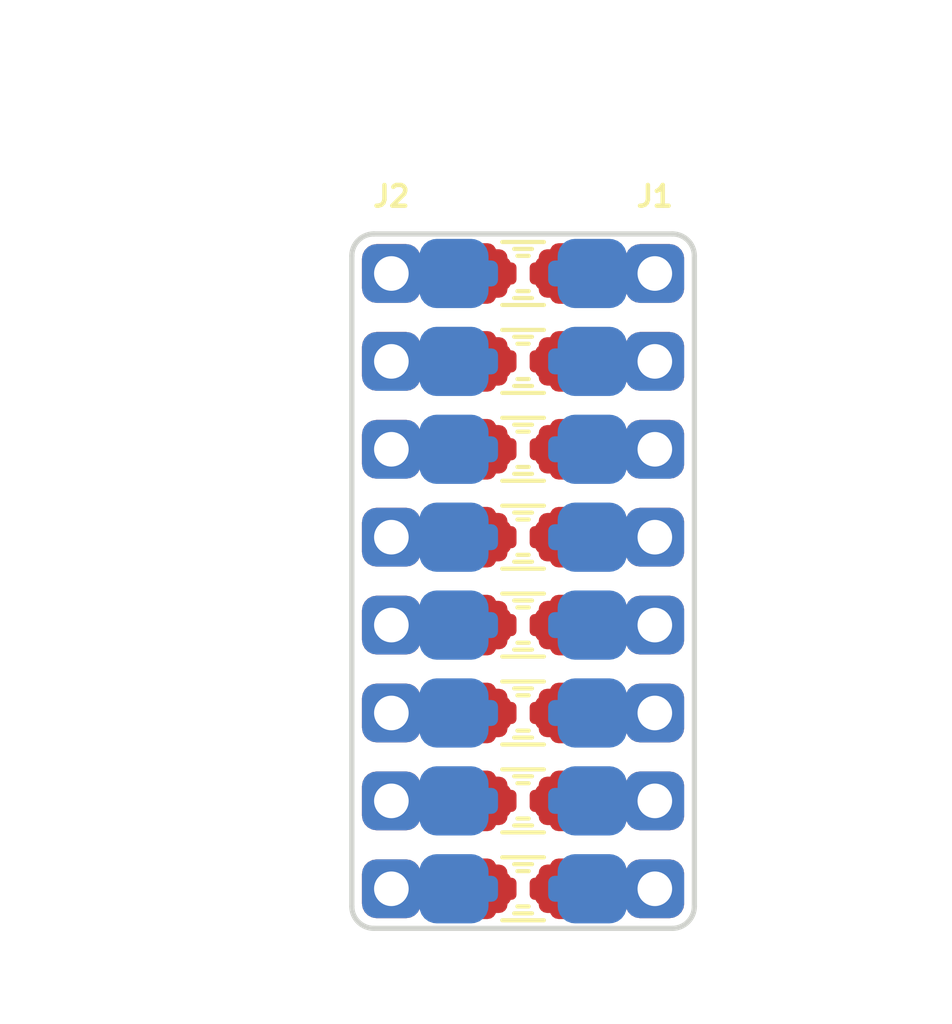
<source format=kicad_pcb>
(kicad_pcb (version 20171130) (host pcbnew "(5.0.2)-1")

  (general
    (thickness 1.6)
    (drawings 12)
    (tracks 35)
    (zones 0)
    (modules 50)
    (nets 17)
  )

  (page A4)
  (layers
    (0 F.Cu signal hide)
    (31 B.Cu signal)
    (32 B.Adhes user)
    (33 F.Adhes user hide)
    (34 B.Paste user)
    (35 F.Paste user)
    (36 B.SilkS user)
    (37 F.SilkS user hide)
    (38 B.Mask user)
    (39 F.Mask user hide)
    (40 Dwgs.User user)
    (41 Cmts.User user)
    (42 Eco1.User user)
    (43 Eco2.User user)
    (44 Edge.Cuts user)
    (45 Margin user)
    (46 B.CrtYd user)
    (47 F.CrtYd user)
    (48 B.Fab user)
    (49 F.Fab user)
  )

  (setup
    (last_trace_width 0.25)
    (trace_clearance 0.2)
    (zone_clearance 0.508)
    (zone_45_only no)
    (trace_min 0.2)
    (segment_width 0.2)
    (edge_width 0.15)
    (via_size 0.8)
    (via_drill 0.4)
    (via_min_size 0.4)
    (via_min_drill 0.3)
    (uvia_size 0.3)
    (uvia_drill 0.1)
    (uvias_allowed no)
    (uvia_min_size 0.2)
    (uvia_min_drill 0.1)
    (pcb_text_width 0.3)
    (pcb_text_size 1.5 1.5)
    (mod_edge_width 0.15)
    (mod_text_size 1 1)
    (mod_text_width 0.15)
    (pad_size 2 2)
    (pad_drill 0)
    (pad_to_mask_clearance 0.0508)
    (solder_mask_min_width 0.0508)
    (aux_axis_origin 0 0)
    (visible_elements 7FFF7DDF)
    (pcbplotparams
      (layerselection 0x010ec_ffffffff)
      (usegerberextensions false)
      (usegerberattributes true)
      (usegerberadvancedattributes false)
      (creategerberjobfile false)
      (excludeedgelayer false)
      (linewidth 0.050000)
      (plotframeref false)
      (viasonmask false)
      (mode 1)
      (useauxorigin false)
      (hpglpennumber 1)
      (hpglpenspeed 20)
      (hpglpendiameter 15.000000)
      (psnegative false)
      (psa4output false)
      (plotreference false)
      (plotvalue false)
      (plotinvisibletext false)
      (padsonsilk true)
      (subtractmaskfromsilk false)
      (outputformat 1)
      (mirror false)
      (drillshape 0)
      (scaleselection 1)
      (outputdirectory "fab-files/"))
  )

  (net 0 "")
  (net 1 /14)
  (net 2 /3)
  (net 3 /4)
  (net 4 /13)
  (net 5 /16)
  (net 6 /1)
  (net 7 /2)
  (net 8 /15)
  (net 9 /5)
  (net 10 /6)
  (net 11 /7)
  (net 12 /8)
  (net 13 /9)
  (net 14 /10)
  (net 15 /11)
  (net 16 /12)

  (net_class Default "This is the default net class."
    (clearance 0.2)
    (trace_width 0.25)
    (via_dia 0.8)
    (via_drill 0.4)
    (uvia_dia 0.3)
    (uvia_drill 0.1)
    (add_net /1)
    (add_net /10)
    (add_net /11)
    (add_net /12)
    (add_net /13)
    (add_net /14)
    (add_net /15)
    (add_net /16)
    (add_net /2)
    (add_net /3)
    (add_net /4)
    (add_net /5)
    (add_net /6)
    (add_net /7)
    (add_net /8)
    (add_net /9)
  )

  (module SA_Diodes_SMD:ON_Semi_1SMA5918BT3G_SMA_DO-214AC (layer B.Cu) (tedit 5C57FBC0) (tstamp 5C32840C)
    (at 125.73 81.28 180)
    (path /5C2E488A)
    (attr smd)
    (fp_text reference D16 (at 0 2 180) (layer B.SilkS) hide
      (effects (font (size 0.6 0.6) (thickness 0.127)) (justify mirror))
    )
    (fp_text value D (at 0 -1.9 180) (layer B.Fab)
      (effects (font (size 0.3 0.3) (thickness 0.03)) (justify mirror))
    )
    (fp_line (start -1.62 1.3) (end -1.62 -1.3) (layer B.Fab) (width 0.1))
    (fp_line (start -3.4 -1.6) (end -3.4 1.6) (layer B.CrtYd) (width 0.05))
    (fp_line (start 3.1 -1.6) (end -3.4 -1.6) (layer B.CrtYd) (width 0.05))
    (fp_line (start 3.1 1.6) (end 3.1 -1.6) (layer B.CrtYd) (width 0.05))
    (fp_line (start -3.4 1.6) (end 3.1 1.6) (layer B.CrtYd) (width 0.05))
    (fp_line (start 2.16 1.3) (end -2.16 1.3) (layer B.Fab) (width 0.1))
    (fp_line (start 2.16 1.3) (end 2.16 -1.3) (layer B.Fab) (width 0.1))
    (fp_line (start -2.16 -1.3) (end -2.16 1.3) (layer B.Fab) (width 0.1))
    (fp_line (start 2.16 -1.3) (end -2.16 -1.3) (layer B.Fab) (width 0.1))
    (fp_text user %R (at 0 0 180) (layer B.Fab)
      (effects (font (size 0.4 0.4) (thickness 0.05)) (justify mirror))
    )
    (pad 2 smd roundrect (at 2 0 180) (size 2 2) (layers B.Cu B.Paste B.Mask) (roundrect_rratio 0.25)
      (net 13 /9))
    (pad 1 smd roundrect (at -2 0 180) (size 2 2) (layers B.Cu B.Paste B.Mask) (roundrect_rratio 0.25)
      (net 12 /8))
  )

  (module SA_Diodes_SMD:ON_Semi_1N4148WS_SOD-323F-2 (layer B.Cu) (tedit 5C57FBB1) (tstamp 5C3284F0)
    (at 125.73 81.28 180)
    (path /5C2E46EA)
    (attr smd)
    (fp_text reference D15 (at 0 1.3 180) (layer B.SilkS) hide
      (effects (font (size 0.6 0.6) (thickness 0.127)) (justify mirror))
    )
    (fp_text value D (at 0 -1.15 180) (layer B.Fab)
      (effects (font (size 0.3 0.3) (thickness 0.03)) (justify mirror))
    )
    (fp_line (start 0.85 0.625) (end -0.85 0.625) (layer B.Fab) (width 0.1))
    (fp_line (start 0.85 -0.625) (end 0.85 0.625) (layer B.Fab) (width 0.1))
    (fp_line (start -0.85 -0.625) (end 0.85 -0.625) (layer B.Fab) (width 0.1))
    (fp_line (start -0.85 0.625) (end -0.85 -0.625) (layer B.Fab) (width 0.1))
    (fp_line (start -1.7 0.9) (end -1.7 -0.9) (layer B.CrtYd) (width 0.05))
    (fp_line (start -1.7 -0.9) (end 1.7 -0.9) (layer B.CrtYd) (width 0.05))
    (fp_line (start 1.7 0.9) (end 1.7 -0.9) (layer B.CrtYd) (width 0.05))
    (fp_line (start -1.7 0.9) (end 1.7 0.9) (layer B.CrtYd) (width 0.05))
    (fp_line (start -0.6375 0.6) (end -0.6375 -0.6) (layer B.Fab) (width 0.1))
    (fp_text user %R (at 0 0) (layer B.Fab)
      (effects (font (size 0.4 0.4) (thickness 0.05)) (justify mirror))
    )
    (pad 2 smd roundrect (at 1.1 0 180) (size 0.75 0.75) (layers B.Cu B.Paste B.Mask) (roundrect_rratio 0.25)
      (net 13 /9))
    (pad 1 smd roundrect (at -1.1 0 180) (size 0.75 0.75) (layers B.Cu B.Paste B.Mask) (roundrect_rratio 0.25)
      (net 12 /8))
    (model ${SA_LIB_3DSHAPES}/ON_Semi_1N4148WS_SOD-323F-2/ON_Semi_1N4148WS_SOD-323F-2.step
      (at (xyz 0 0 0))
      (scale (xyz 1 1 1))
      (rotate (xyz 0 0 0))
    )
  )

  (module SA_Diodes_SMD:ON_Semi_1SMA5918BT3G_SMA_DO-214AC (layer B.Cu) (tedit 5C57FBA2) (tstamp 5C32841F)
    (at 125.73 78.74 180)
    (path /5C2E466E)
    (attr smd)
    (fp_text reference D14 (at 0 2 180) (layer B.SilkS) hide
      (effects (font (size 0.6 0.6) (thickness 0.127)) (justify mirror))
    )
    (fp_text value D (at 0 -1.9 180) (layer B.Fab)
      (effects (font (size 0.3 0.3) (thickness 0.03)) (justify mirror))
    )
    (fp_text user %R (at 0 0 180) (layer B.Fab)
      (effects (font (size 0.4 0.4) (thickness 0.05)) (justify mirror))
    )
    (fp_line (start 2.16 -1.3) (end -2.16 -1.3) (layer B.Fab) (width 0.1))
    (fp_line (start -2.16 -1.3) (end -2.16 1.3) (layer B.Fab) (width 0.1))
    (fp_line (start 2.16 1.3) (end 2.16 -1.3) (layer B.Fab) (width 0.1))
    (fp_line (start 2.16 1.3) (end -2.16 1.3) (layer B.Fab) (width 0.1))
    (fp_line (start -3.4 1.6) (end 3.1 1.6) (layer B.CrtYd) (width 0.05))
    (fp_line (start 3.1 1.6) (end 3.1 -1.6) (layer B.CrtYd) (width 0.05))
    (fp_line (start 3.1 -1.6) (end -3.4 -1.6) (layer B.CrtYd) (width 0.05))
    (fp_line (start -3.4 -1.6) (end -3.4 1.6) (layer B.CrtYd) (width 0.05))
    (fp_line (start -1.62 1.3) (end -1.62 -1.3) (layer B.Fab) (width 0.1))
    (pad 1 smd roundrect (at -2 0 180) (size 2 2) (layers B.Cu B.Paste B.Mask) (roundrect_rratio 0.25)
      (net 11 /7))
    (pad 2 smd roundrect (at 2 0 180) (size 2 2) (layers B.Cu B.Paste B.Mask) (roundrect_rratio 0.25)
      (net 14 /10))
    (model ${SA_LIB_3DSHAPES}/ON_Semi_1SMA5918BT3G_SMA_DO-214AC/ON_Semi_1SMA5918BT3G_SMA_DO-214AC.step
      (at (xyz 0 0 0))
      (scale (xyz 1 1 1))
      (rotate (xyz 0 0 0))
    )
  )

  (module SA_Diodes_SMD:ON_Semi_1N4148WS_SOD-323F-2 (layer B.Cu) (tedit 5C57FB96) (tstamp 5C3284DD)
    (at 125.73 78.74 180)
    (path /5C2E45F8)
    (attr smd)
    (fp_text reference D13 (at 0 1.3 180) (layer B.SilkS) hide
      (effects (font (size 0.6 0.6) (thickness 0.127)) (justify mirror))
    )
    (fp_text value D (at 0 -1.15 180) (layer B.Fab)
      (effects (font (size 0.3 0.3) (thickness 0.03)) (justify mirror))
    )
    (fp_text user %R (at 0 0) (layer B.Fab)
      (effects (font (size 0.4 0.4) (thickness 0.05)) (justify mirror))
    )
    (fp_line (start -0.6375 0.6) (end -0.6375 -0.6) (layer B.Fab) (width 0.1))
    (fp_line (start -1.7 0.9) (end 1.7 0.9) (layer B.CrtYd) (width 0.05))
    (fp_line (start 1.7 0.9) (end 1.7 -0.9) (layer B.CrtYd) (width 0.05))
    (fp_line (start -1.7 -0.9) (end 1.7 -0.9) (layer B.CrtYd) (width 0.05))
    (fp_line (start -1.7 0.9) (end -1.7 -0.9) (layer B.CrtYd) (width 0.05))
    (fp_line (start -0.85 0.625) (end -0.85 -0.625) (layer B.Fab) (width 0.1))
    (fp_line (start -0.85 -0.625) (end 0.85 -0.625) (layer B.Fab) (width 0.1))
    (fp_line (start 0.85 -0.625) (end 0.85 0.625) (layer B.Fab) (width 0.1))
    (fp_line (start 0.85 0.625) (end -0.85 0.625) (layer B.Fab) (width 0.1))
    (pad 1 smd roundrect (at -1.1 0 180) (size 0.75 0.75) (layers B.Cu B.Paste B.Mask) (roundrect_rratio 0.25)
      (net 11 /7))
    (pad 2 smd roundrect (at 1.1 0 180) (size 0.75 0.75) (layers B.Cu B.Paste B.Mask) (roundrect_rratio 0.25)
      (net 14 /10))
  )

  (module SA_Diodes_SMD:ON_Semi_1SMA5918BT3G_SMA_DO-214AC (layer B.Cu) (tedit 5C57FB7B) (tstamp 5C328445)
    (at 125.73 76.2 180)
    (path /5C2E4584)
    (attr smd)
    (fp_text reference D12 (at 0 2 180) (layer B.SilkS) hide
      (effects (font (size 0.6 0.6) (thickness 0.127)) (justify mirror))
    )
    (fp_text value D (at 0 -1.9 180) (layer B.Fab)
      (effects (font (size 0.3 0.3) (thickness 0.03)) (justify mirror))
    )
    (fp_text user %R (at 0 0 180) (layer B.Fab)
      (effects (font (size 0.4 0.4) (thickness 0.05)) (justify mirror))
    )
    (fp_line (start 2.16 -1.3) (end -2.16 -1.3) (layer B.Fab) (width 0.1))
    (fp_line (start -2.16 -1.3) (end -2.16 1.3) (layer B.Fab) (width 0.1))
    (fp_line (start 2.16 1.3) (end 2.16 -1.3) (layer B.Fab) (width 0.1))
    (fp_line (start 2.16 1.3) (end -2.16 1.3) (layer B.Fab) (width 0.1))
    (fp_line (start -3.4 1.6) (end 3.1 1.6) (layer B.CrtYd) (width 0.05))
    (fp_line (start 3.1 1.6) (end 3.1 -1.6) (layer B.CrtYd) (width 0.05))
    (fp_line (start 3.1 -1.6) (end -3.4 -1.6) (layer B.CrtYd) (width 0.05))
    (fp_line (start -3.4 -1.6) (end -3.4 1.6) (layer B.CrtYd) (width 0.05))
    (fp_line (start -1.62 1.3) (end -1.62 -1.3) (layer B.Fab) (width 0.1))
    (pad 1 smd roundrect (at -2 0 180) (size 2 2) (layers B.Cu B.Paste B.Mask) (roundrect_rratio 0.25)
      (net 10 /6))
    (pad 2 smd roundrect (at 2 0 180) (size 2 2) (layers B.Cu B.Paste B.Mask) (roundrect_rratio 0.25)
      (net 15 /11))
  )

  (module SA_Diodes_SMD:ON_Semi_1N4148WS_SOD-323F-2 (layer B.Cu) (tedit 5C57FB6A) (tstamp 5C32847E)
    (at 125.73 76.2 180)
    (path /5C2E450E)
    (attr smd)
    (fp_text reference D11 (at 0 1.3 180) (layer B.SilkS) hide
      (effects (font (size 0.6 0.6) (thickness 0.127)) (justify mirror))
    )
    (fp_text value D (at 0 -1.15 180) (layer B.Fab)
      (effects (font (size 0.3 0.3) (thickness 0.03)) (justify mirror))
    )
    (fp_line (start 0.85 0.625) (end -0.85 0.625) (layer B.Fab) (width 0.1))
    (fp_line (start 0.85 -0.625) (end 0.85 0.625) (layer B.Fab) (width 0.1))
    (fp_line (start -0.85 -0.625) (end 0.85 -0.625) (layer B.Fab) (width 0.1))
    (fp_line (start -0.85 0.625) (end -0.85 -0.625) (layer B.Fab) (width 0.1))
    (fp_line (start -1.7 0.9) (end -1.7 -0.9) (layer B.CrtYd) (width 0.05))
    (fp_line (start -1.7 -0.9) (end 1.7 -0.9) (layer B.CrtYd) (width 0.05))
    (fp_line (start 1.7 0.9) (end 1.7 -0.9) (layer B.CrtYd) (width 0.05))
    (fp_line (start -1.7 0.9) (end 1.7 0.9) (layer B.CrtYd) (width 0.05))
    (fp_line (start -0.6375 0.6) (end -0.6375 -0.6) (layer B.Fab) (width 0.1))
    (fp_text user %R (at 0 0) (layer B.Fab)
      (effects (font (size 0.4 0.4) (thickness 0.05)) (justify mirror))
    )
    (pad 2 smd roundrect (at 1.1 0 180) (size 0.75 0.75) (layers B.Cu B.Paste B.Mask) (roundrect_rratio 0.25)
      (net 15 /11))
    (pad 1 smd roundrect (at -1.1 0 180) (size 0.75 0.75) (layers B.Cu B.Paste B.Mask) (roundrect_rratio 0.25)
      (net 10 /6))
    (model ${SA_LIB_3DSHAPES}/ON_Semi_1N4148WS_SOD-323F-2/ON_Semi_1N4148WS_SOD-323F-2.step
      (at (xyz 0 0 0))
      (scale (xyz 1 1 1))
      (rotate (xyz 0 0 0))
    )
  )

  (module SA_Diodes_SMD:ON_Semi_1SMA5918BT3G_SMA_DO-214AC (layer B.Cu) (tedit 5C57FB59) (tstamp 5C328458)
    (at 125.73 73.66 180)
    (path /5C2E449A)
    (attr smd)
    (fp_text reference D10 (at 0 2 180) (layer B.SilkS) hide
      (effects (font (size 0.6 0.6) (thickness 0.127)) (justify mirror))
    )
    (fp_text value D (at 0 -1.9 180) (layer B.Fab)
      (effects (font (size 0.3 0.3) (thickness 0.03)) (justify mirror))
    )
    (fp_line (start -1.62 1.3) (end -1.62 -1.3) (layer B.Fab) (width 0.1))
    (fp_line (start -3.4 -1.6) (end -3.4 1.6) (layer B.CrtYd) (width 0.05))
    (fp_line (start 3.1 -1.6) (end -3.4 -1.6) (layer B.CrtYd) (width 0.05))
    (fp_line (start 3.1 1.6) (end 3.1 -1.6) (layer B.CrtYd) (width 0.05))
    (fp_line (start -3.4 1.6) (end 3.1 1.6) (layer B.CrtYd) (width 0.05))
    (fp_line (start 2.16 1.3) (end -2.16 1.3) (layer B.Fab) (width 0.1))
    (fp_line (start 2.16 1.3) (end 2.16 -1.3) (layer B.Fab) (width 0.1))
    (fp_line (start -2.16 -1.3) (end -2.16 1.3) (layer B.Fab) (width 0.1))
    (fp_line (start 2.16 -1.3) (end -2.16 -1.3) (layer B.Fab) (width 0.1))
    (fp_text user %R (at 0 0 180) (layer B.Fab)
      (effects (font (size 0.4 0.4) (thickness 0.05)) (justify mirror))
    )
    (pad 2 smd roundrect (at 2 0 180) (size 2 2) (layers B.Cu B.Paste B.Mask) (roundrect_rratio 0.25)
      (net 16 /12))
    (pad 1 smd roundrect (at -2 0 180) (size 2 2) (layers B.Cu B.Paste B.Mask) (roundrect_rratio 0.25)
      (net 9 /5))
    (model ${SA_LIB_3DSHAPES}/ON_Semi_1SMA5918BT3G_SMA_DO-214AC/ON_Semi_1SMA5918BT3G_SMA_DO-214AC.step
      (at (xyz 0 0 0))
      (scale (xyz 1 1 1))
      (rotate (xyz 0 0 0))
    )
  )

  (module SA_Diodes_SMD:ON_Semi_1N4148WS_SOD-323F-2 (layer B.Cu) (tedit 5C57FB4B) (tstamp 5C3284CA)
    (at 125.73 73.66 180)
    (path /5C2E441A)
    (attr smd)
    (fp_text reference D9 (at 0 1.3 180) (layer B.SilkS) hide
      (effects (font (size 0.6 0.6) (thickness 0.127)) (justify mirror))
    )
    (fp_text value D (at 0 -1.15 180) (layer B.Fab)
      (effects (font (size 0.3 0.3) (thickness 0.03)) (justify mirror))
    )
    (fp_line (start 0.85 0.625) (end -0.85 0.625) (layer B.Fab) (width 0.1))
    (fp_line (start 0.85 -0.625) (end 0.85 0.625) (layer B.Fab) (width 0.1))
    (fp_line (start -0.85 -0.625) (end 0.85 -0.625) (layer B.Fab) (width 0.1))
    (fp_line (start -0.85 0.625) (end -0.85 -0.625) (layer B.Fab) (width 0.1))
    (fp_line (start -1.7 0.9) (end -1.7 -0.9) (layer B.CrtYd) (width 0.05))
    (fp_line (start -1.7 -0.9) (end 1.7 -0.9) (layer B.CrtYd) (width 0.05))
    (fp_line (start 1.7 0.9) (end 1.7 -0.9) (layer B.CrtYd) (width 0.05))
    (fp_line (start -1.7 0.9) (end 1.7 0.9) (layer B.CrtYd) (width 0.05))
    (fp_line (start -0.6375 0.6) (end -0.6375 -0.6) (layer B.Fab) (width 0.1))
    (fp_text user %R (at 0 0) (layer B.Fab)
      (effects (font (size 0.4 0.4) (thickness 0.05)) (justify mirror))
    )
    (pad 2 smd roundrect (at 1.1 0 180) (size 0.75 0.75) (layers B.Cu B.Paste B.Mask) (roundrect_rratio 0.25)
      (net 16 /12))
    (pad 1 smd roundrect (at -1.1 0 180) (size 0.75 0.75) (layers B.Cu B.Paste B.Mask) (roundrect_rratio 0.25)
      (net 9 /5))
  )

  (module SA_Diodes_SMD:ON_Semi_1SMA5918BT3G_SMA_DO-214AC (layer B.Cu) (tedit 5C57FB32) (tstamp 5C32846B)
    (at 125.73 71.12 180)
    (path /5C2E43AA)
    (attr smd)
    (fp_text reference D8 (at 0 2 180) (layer B.SilkS) hide
      (effects (font (size 0.6 0.6) (thickness 0.127)) (justify mirror))
    )
    (fp_text value D (at 0 -1.9 180) (layer B.Fab)
      (effects (font (size 0.3 0.3) (thickness 0.03)) (justify mirror))
    )
    (fp_text user %R (at 0 0 180) (layer B.Fab)
      (effects (font (size 0.4 0.4) (thickness 0.05)) (justify mirror))
    )
    (fp_line (start 2.16 -1.3) (end -2.16 -1.3) (layer B.Fab) (width 0.1))
    (fp_line (start -2.16 -1.3) (end -2.16 1.3) (layer B.Fab) (width 0.1))
    (fp_line (start 2.16 1.3) (end 2.16 -1.3) (layer B.Fab) (width 0.1))
    (fp_line (start 2.16 1.3) (end -2.16 1.3) (layer B.Fab) (width 0.1))
    (fp_line (start -3.4 1.6) (end 3.1 1.6) (layer B.CrtYd) (width 0.05))
    (fp_line (start 3.1 1.6) (end 3.1 -1.6) (layer B.CrtYd) (width 0.05))
    (fp_line (start 3.1 -1.6) (end -3.4 -1.6) (layer B.CrtYd) (width 0.05))
    (fp_line (start -3.4 -1.6) (end -3.4 1.6) (layer B.CrtYd) (width 0.05))
    (fp_line (start -1.62 1.3) (end -1.62 -1.3) (layer B.Fab) (width 0.1))
    (pad 1 smd roundrect (at -2 0 180) (size 2 2) (layers B.Cu B.Paste B.Mask) (roundrect_rratio 0.25)
      (net 3 /4))
    (pad 2 smd roundrect (at 2 0 180) (size 2 2) (layers B.Cu B.Paste B.Mask) (roundrect_rratio 0.25)
      (net 4 /13))
  )

  (module SA_Diodes_SMD:ON_Semi_1N4148WS_SOD-323F-2 (layer B.Cu) (tedit 5C57FB21) (tstamp 5C3284B7)
    (at 125.73 71.12 180)
    (path /5C2E4340)
    (attr smd)
    (fp_text reference D7 (at 0 1.3 180) (layer B.SilkS) hide
      (effects (font (size 0.6 0.6) (thickness 0.127)) (justify mirror))
    )
    (fp_text value D (at 0 -1.15 180) (layer B.Fab)
      (effects (font (size 0.3 0.3) (thickness 0.03)) (justify mirror))
    )
    (fp_text user %R (at 0 0) (layer B.Fab)
      (effects (font (size 0.4 0.4) (thickness 0.05)) (justify mirror))
    )
    (fp_line (start -0.6375 0.6) (end -0.6375 -0.6) (layer B.Fab) (width 0.1))
    (fp_line (start -1.7 0.9) (end 1.7 0.9) (layer B.CrtYd) (width 0.05))
    (fp_line (start 1.7 0.9) (end 1.7 -0.9) (layer B.CrtYd) (width 0.05))
    (fp_line (start -1.7 -0.9) (end 1.7 -0.9) (layer B.CrtYd) (width 0.05))
    (fp_line (start -1.7 0.9) (end -1.7 -0.9) (layer B.CrtYd) (width 0.05))
    (fp_line (start -0.85 0.625) (end -0.85 -0.625) (layer B.Fab) (width 0.1))
    (fp_line (start -0.85 -0.625) (end 0.85 -0.625) (layer B.Fab) (width 0.1))
    (fp_line (start 0.85 -0.625) (end 0.85 0.625) (layer B.Fab) (width 0.1))
    (fp_line (start 0.85 0.625) (end -0.85 0.625) (layer B.Fab) (width 0.1))
    (pad 1 smd roundrect (at -1.1 0 180) (size 0.75 0.75) (layers B.Cu B.Paste B.Mask) (roundrect_rratio 0.25)
      (net 3 /4))
    (pad 2 smd roundrect (at 1.1 0 180) (size 0.75 0.75) (layers B.Cu B.Paste B.Mask) (roundrect_rratio 0.25)
      (net 4 /13))
    (model ${SA_LIB_3DSHAPES}/ON_Semi_1N4148WS_SOD-323F-2/ON_Semi_1N4148WS_SOD-323F-2.step
      (at (xyz 0 0 0))
      (scale (xyz 1 1 1))
      (rotate (xyz 0 0 0))
    )
  )

  (module SA_Diodes_SMD:ON_Semi_1SMA5918BT3G_SMA_DO-214AC (layer B.Cu) (tedit 5C57FB0E) (tstamp 5C328432)
    (at 125.73 68.58 180)
    (path /5C2E42D8)
    (attr smd)
    (fp_text reference D6 (at 0 2 180) (layer B.SilkS) hide
      (effects (font (size 0.6 0.6) (thickness 0.127)) (justify mirror))
    )
    (fp_text value D (at 0 -1.9 180) (layer B.Fab)
      (effects (font (size 0.3 0.3) (thickness 0.03)) (justify mirror))
    )
    (fp_line (start -1.62 1.3) (end -1.62 -1.3) (layer B.Fab) (width 0.1))
    (fp_line (start -3.4 -1.6) (end -3.4 1.6) (layer B.CrtYd) (width 0.05))
    (fp_line (start 3.1 -1.6) (end -3.4 -1.6) (layer B.CrtYd) (width 0.05))
    (fp_line (start 3.1 1.6) (end 3.1 -1.6) (layer B.CrtYd) (width 0.05))
    (fp_line (start -3.4 1.6) (end 3.1 1.6) (layer B.CrtYd) (width 0.05))
    (fp_line (start 2.16 1.3) (end -2.16 1.3) (layer B.Fab) (width 0.1))
    (fp_line (start 2.16 1.3) (end 2.16 -1.3) (layer B.Fab) (width 0.1))
    (fp_line (start -2.16 -1.3) (end -2.16 1.3) (layer B.Fab) (width 0.1))
    (fp_line (start 2.16 -1.3) (end -2.16 -1.3) (layer B.Fab) (width 0.1))
    (fp_text user %R (at 0 0 180) (layer B.Fab)
      (effects (font (size 0.4 0.4) (thickness 0.05)) (justify mirror))
    )
    (pad 2 smd roundrect (at 2 0 180) (size 2 2) (layers B.Cu B.Paste B.Mask) (roundrect_rratio 0.25)
      (net 1 /14))
    (pad 1 smd roundrect (at -2 0 180) (size 2 2) (layers B.Cu B.Paste B.Mask) (roundrect_rratio 0.25)
      (net 2 /3))
    (model ${SA_LIB_3DSHAPES}/ON_Semi_1SMA5918BT3G_SMA_DO-214AC/ON_Semi_1SMA5918BT3G_SMA_DO-214AC.step
      (at (xyz 0 0 0))
      (scale (xyz 1 1 1))
      (rotate (xyz 0 0 0))
    )
  )

  (module SA_Diodes_SMD:ON_Semi_1N4148WS_SOD-323F-2 (layer B.Cu) (tedit 5C57FAF9) (tstamp 5C3284A4)
    (at 125.73 68.58 180)
    (path /5C2E4133)
    (attr smd)
    (fp_text reference D5 (at 0 1.3 180) (layer B.SilkS) hide
      (effects (font (size 0.6 0.6) (thickness 0.127)) (justify mirror))
    )
    (fp_text value D (at 0 -1.15 180) (layer B.Fab)
      (effects (font (size 0.3 0.3) (thickness 0.03)) (justify mirror))
    )
    (fp_line (start 0.85 0.625) (end -0.85 0.625) (layer B.Fab) (width 0.1))
    (fp_line (start 0.85 -0.625) (end 0.85 0.625) (layer B.Fab) (width 0.1))
    (fp_line (start -0.85 -0.625) (end 0.85 -0.625) (layer B.Fab) (width 0.1))
    (fp_line (start -0.85 0.625) (end -0.85 -0.625) (layer B.Fab) (width 0.1))
    (fp_line (start -1.7 0.9) (end -1.7 -0.9) (layer B.CrtYd) (width 0.05))
    (fp_line (start -1.7 -0.9) (end 1.7 -0.9) (layer B.CrtYd) (width 0.05))
    (fp_line (start 1.7 0.9) (end 1.7 -0.9) (layer B.CrtYd) (width 0.05))
    (fp_line (start -1.7 0.9) (end 1.7 0.9) (layer B.CrtYd) (width 0.05))
    (fp_line (start -0.6375 0.6) (end -0.6375 -0.6) (layer B.Fab) (width 0.1))
    (fp_text user %R (at 0 0) (layer B.Fab)
      (effects (font (size 0.4 0.4) (thickness 0.05)) (justify mirror))
    )
    (pad 2 smd roundrect (at 1.1 0 180) (size 0.75 0.75) (layers B.Cu B.Paste B.Mask) (roundrect_rratio 0.25)
      (net 1 /14))
    (pad 1 smd roundrect (at -1.1 0 180) (size 0.75 0.75) (layers B.Cu B.Paste B.Mask) (roundrect_rratio 0.25)
      (net 2 /3))
  )

  (module SA_Diodes_SMD:ON_Semi_1N4148WS_SOD-323F-2 (layer B.Cu) (tedit 5C57FAE4) (tstamp 5C328491)
    (at 125.73 66.04 180)
    (path /5C2E406F)
    (attr smd)
    (fp_text reference D3 (at 0 1.3 180) (layer B.SilkS) hide
      (effects (font (size 0.6 0.6) (thickness 0.127)) (justify mirror))
    )
    (fp_text value D (at 0 -1.15 180) (layer B.Fab)
      (effects (font (size 0.3 0.3) (thickness 0.03)) (justify mirror))
    )
    (fp_text user %R (at 0 0) (layer B.Fab)
      (effects (font (size 0.4 0.4) (thickness 0.05)) (justify mirror))
    )
    (fp_line (start -0.6375 0.6) (end -0.6375 -0.6) (layer B.Fab) (width 0.1))
    (fp_line (start -1.7 0.9) (end 1.7 0.9) (layer B.CrtYd) (width 0.05))
    (fp_line (start 1.7 0.9) (end 1.7 -0.9) (layer B.CrtYd) (width 0.05))
    (fp_line (start -1.7 -0.9) (end 1.7 -0.9) (layer B.CrtYd) (width 0.05))
    (fp_line (start -1.7 0.9) (end -1.7 -0.9) (layer B.CrtYd) (width 0.05))
    (fp_line (start -0.85 0.625) (end -0.85 -0.625) (layer B.Fab) (width 0.1))
    (fp_line (start -0.85 -0.625) (end 0.85 -0.625) (layer B.Fab) (width 0.1))
    (fp_line (start 0.85 -0.625) (end 0.85 0.625) (layer B.Fab) (width 0.1))
    (fp_line (start 0.85 0.625) (end -0.85 0.625) (layer B.Fab) (width 0.1))
    (pad 1 smd roundrect (at -1.1 0 180) (size 0.75 0.75) (layers B.Cu B.Paste B.Mask) (roundrect_rratio 0.25)
      (net 7 /2))
    (pad 2 smd roundrect (at 1.1 0 180) (size 0.75 0.75) (layers B.Cu B.Paste B.Mask) (roundrect_rratio 0.25)
      (net 8 /15))
    (model ${SA_LIB_3DSHAPES}/ON_Semi_1N4148WS_SOD-323F-2/ON_Semi_1N4148WS_SOD-323F-2.step
      (at (xyz 0 0 0))
      (scale (xyz 1 1 1))
      (rotate (xyz 0 0 0))
    )
  )

  (module SA_Diodes_SMD:ON_Semi_1N4148WS_SOD-323F-2 (layer B.Cu) (tedit 5C57FACF) (tstamp 5C328503)
    (at 125.73 63.5 180)
    (path /5C2E3F9A)
    (attr smd)
    (fp_text reference D1 (at 0 1.3 180) (layer B.SilkS) hide
      (effects (font (size 0.6 0.6) (thickness 0.127)) (justify mirror))
    )
    (fp_text value D (at 0 -1.15 180) (layer B.Fab)
      (effects (font (size 0.3 0.3) (thickness 0.03)) (justify mirror))
    )
    (fp_text user %R (at 0 0) (layer B.Fab)
      (effects (font (size 0.4 0.4) (thickness 0.05)) (justify mirror))
    )
    (fp_line (start -0.6375 0.6) (end -0.6375 -0.6) (layer B.Fab) (width 0.1))
    (fp_line (start -1.7 0.9) (end 1.7 0.9) (layer B.CrtYd) (width 0.05))
    (fp_line (start 1.7 0.9) (end 1.7 -0.9) (layer B.CrtYd) (width 0.05))
    (fp_line (start -1.7 -0.9) (end 1.7 -0.9) (layer B.CrtYd) (width 0.05))
    (fp_line (start -1.7 0.9) (end -1.7 -0.9) (layer B.CrtYd) (width 0.05))
    (fp_line (start -0.85 0.625) (end -0.85 -0.625) (layer B.Fab) (width 0.1))
    (fp_line (start -0.85 -0.625) (end 0.85 -0.625) (layer B.Fab) (width 0.1))
    (fp_line (start 0.85 -0.625) (end 0.85 0.625) (layer B.Fab) (width 0.1))
    (fp_line (start 0.85 0.625) (end -0.85 0.625) (layer B.Fab) (width 0.1))
    (pad 1 smd roundrect (at -1.1 0 180) (size 0.75 0.75) (layers B.Cu B.Paste B.Mask) (roundrect_rratio 0.25)
      (net 6 /1))
    (pad 2 smd roundrect (at 1.1 0 180) (size 0.75 0.75) (layers B.Cu B.Paste B.Mask) (roundrect_rratio 0.25)
      (net 5 /16))
  )

  (module SA_Diodes_SMD:ON_Semi_1SMA5918BT3G_SMA_DO-214AC (layer B.Cu) (tedit 5C57FA88) (tstamp 5C3283F9)
    (at 125.73 66.04 180)
    (path /5C2E40CF)
    (attr smd)
    (fp_text reference D4 (at 0 2 180) (layer B.SilkS) hide
      (effects (font (size 0.6 0.6) (thickness 0.127)) (justify mirror))
    )
    (fp_text value D (at 0 -1.9 180) (layer B.Fab)
      (effects (font (size 0.3 0.3) (thickness 0.03)) (justify mirror))
    )
    (fp_text user %R (at 0 0 180) (layer B.Fab)
      (effects (font (size 0.4 0.4) (thickness 0.05)) (justify mirror))
    )
    (fp_line (start 2.16 -1.3) (end -2.16 -1.3) (layer B.Fab) (width 0.1))
    (fp_line (start -2.16 -1.3) (end -2.16 1.3) (layer B.Fab) (width 0.1))
    (fp_line (start 2.16 1.3) (end 2.16 -1.3) (layer B.Fab) (width 0.1))
    (fp_line (start 2.16 1.3) (end -2.16 1.3) (layer B.Fab) (width 0.1))
    (fp_line (start -3.4 1.6) (end 3.1 1.6) (layer B.CrtYd) (width 0.05))
    (fp_line (start 3.1 1.6) (end 3.1 -1.6) (layer B.CrtYd) (width 0.05))
    (fp_line (start 3.1 -1.6) (end -3.4 -1.6) (layer B.CrtYd) (width 0.05))
    (fp_line (start -3.4 -1.6) (end -3.4 1.6) (layer B.CrtYd) (width 0.05))
    (fp_line (start -1.62 1.3) (end -1.62 -1.3) (layer B.Fab) (width 0.1))
    (pad 1 smd roundrect (at -2 0 180) (size 2 2) (layers B.Cu B.Paste B.Mask) (roundrect_rratio 0.25)
      (net 7 /2))
    (pad 2 smd roundrect (at 2 0 180) (size 2 2) (layers B.Cu B.Paste B.Mask) (roundrect_rratio 0.25)
      (net 8 /15))
  )

  (module SA_Diodes_SMD:ON_Semi_1SMA5918BT3G_SMA_DO-214AC (layer B.Cu) (tedit 5C57FA66) (tstamp 5C3283E6)
    (at 125.73 63.5 180)
    (path /5C2E400F)
    (attr smd)
    (fp_text reference D2 (at 0 2 180) (layer B.SilkS) hide
      (effects (font (size 0.6 0.6) (thickness 0.127)) (justify mirror))
    )
    (fp_text value D (at 0 -1.9 180) (layer B.Fab)
      (effects (font (size 0.3 0.3) (thickness 0.03)) (justify mirror))
    )
    (fp_line (start -1.62 1.3) (end -1.62 -1.3) (layer B.Fab) (width 0.1))
    (fp_line (start -3.4 -1.6) (end -3.4 1.6) (layer B.CrtYd) (width 0.05))
    (fp_line (start 3.1 -1.6) (end -3.4 -1.6) (layer B.CrtYd) (width 0.05))
    (fp_line (start 3.1 1.6) (end 3.1 -1.6) (layer B.CrtYd) (width 0.05))
    (fp_line (start -3.4 1.6) (end 3.1 1.6) (layer B.CrtYd) (width 0.05))
    (fp_line (start 2.16 1.3) (end -2.16 1.3) (layer B.Fab) (width 0.1))
    (fp_line (start 2.16 1.3) (end 2.16 -1.3) (layer B.Fab) (width 0.1))
    (fp_line (start -2.16 -1.3) (end -2.16 1.3) (layer B.Fab) (width 0.1))
    (fp_line (start 2.16 -1.3) (end -2.16 -1.3) (layer B.Fab) (width 0.1))
    (fp_text user %R (at 0 0 180) (layer B.Fab)
      (effects (font (size 0.4 0.4) (thickness 0.05)) (justify mirror))
    )
    (pad 2 smd roundrect (at 2 0 180) (size 2 2) (layers B.Cu B.Paste B.Mask) (roundrect_rratio 0.25)
      (net 5 /16))
    (pad 1 smd roundrect (at -2 0 180) (size 2 2) (layers B.Cu B.Paste B.Mask) (roundrect_rratio 0.25)
      (net 6 /1))
    (model ${SA_LIB_3DSHAPES}/ON_Semi_1SMA5918BT3G_SMA_DO-214AC/ON_Semi_1SMA5918BT3G_SMA_DO-214AC.step
      (at (xyz 0 0 0))
      (scale (xyz 1 1 1))
      (rotate (xyz 0 0 0))
    )
  )

  (module SA_Connectors_Pin_Headers_THT:PinHeader_1x08_P2.54mm_Vertical_Top (layer F.Cu) (tedit 5C2D5434) (tstamp 5C32AFD8)
    (at 121.92 63.5)
    (descr "Through hole straight pin header, 1x08, 2.54mm pitch, single row")
    (tags "Through hole pin header THT 1x08 2.54mm single row")
    (path /5C2D562A)
    (fp_text reference J2 (at 0 -2.23) (layer F.SilkS)
      (effects (font (size 0.6 0.6) (thickness 0.127)))
    )
    (fp_text value Conn_01x08 (at 0 19.8) (layer F.Fab)
      (effects (font (size 0.3 0.3) (thickness 0.03)))
    )
    (fp_text user %R (at 0 8.89 90) (layer F.Fab)
      (effects (font (size 0.5 0.5) (thickness 0.05)))
    )
    (fp_line (start 1.8 -1.8) (end -1.8 -1.8) (layer F.CrtYd) (width 0.05))
    (fp_line (start 1.8 19.55) (end 1.8 -1.8) (layer F.CrtYd) (width 0.05))
    (fp_line (start -1.8 19.55) (end 1.8 19.55) (layer F.CrtYd) (width 0.05))
    (fp_line (start -1.8 -1.8) (end -1.8 19.55) (layer F.CrtYd) (width 0.05))
    (fp_line (start -1.27 -0.635) (end -0.635 -1.27) (layer F.Fab) (width 0.1))
    (fp_line (start -1.27 19.05) (end -1.27 -0.635) (layer F.Fab) (width 0.1))
    (fp_line (start 1.27 19.05) (end -1.27 19.05) (layer F.Fab) (width 0.1))
    (fp_line (start 1.27 -1.27) (end 1.27 19.05) (layer F.Fab) (width 0.1))
    (fp_line (start -0.635 -1.27) (end 1.27 -1.27) (layer F.Fab) (width 0.1))
    (pad 8 thru_hole roundrect (at 0 17.78) (size 1.7 1.7) (drill 1) (layers *.Cu *.Mask) (roundrect_rratio 0.25)
      (net 13 /9))
    (pad 7 thru_hole roundrect (at 0 15.24) (size 1.7 1.7) (drill 1) (layers *.Cu *.Mask) (roundrect_rratio 0.25)
      (net 14 /10))
    (pad 6 thru_hole roundrect (at 0 12.7) (size 1.7 1.7) (drill 1) (layers *.Cu *.Mask) (roundrect_rratio 0.25)
      (net 15 /11))
    (pad 5 thru_hole roundrect (at 0 10.16) (size 1.7 1.7) (drill 1) (layers *.Cu *.Mask) (roundrect_rratio 0.25)
      (net 16 /12))
    (pad 4 thru_hole roundrect (at 0 7.62) (size 1.7 1.7) (drill 1) (layers *.Cu *.Mask) (roundrect_rratio 0.25)
      (net 4 /13))
    (pad 3 thru_hole roundrect (at 0 5.08) (size 1.7 1.7) (drill 1) (layers *.Cu *.Mask) (roundrect_rratio 0.25)
      (net 1 /14))
    (pad 2 thru_hole roundrect (at 0 2.54) (size 1.7 1.7) (drill 1) (layers *.Cu *.Mask) (roundrect_rratio 0.25)
      (net 8 /15))
    (pad 1 thru_hole roundrect (at 0 0) (size 1.7 1.7) (drill 1) (layers *.Cu *.Mask) (roundrect_rratio 0.25)
      (net 5 /16))
    (model ${SA_LIB_3DSHAPES}/Packages/PinHeader_1x08_P2.54mm_Vertical_Top.step
      (at (xyz 0 0 0))
      (scale (xyz 1 1 1))
      (rotate (xyz 0 0 0))
    )
  )

  (module SA_Connectors_Pin_Headers_THT:PinHeader_1x08_P2.54mm_Vertical_Top (layer F.Cu) (tedit 5C2D5434) (tstamp 5C32AFC3)
    (at 129.54 63.5)
    (descr "Through hole straight pin header, 1x08, 2.54mm pitch, single row")
    (tags "Through hole pin header THT 1x08 2.54mm single row")
    (path /5C2D4937)
    (fp_text reference J1 (at 0 -2.23) (layer F.SilkS)
      (effects (font (size 0.6 0.6) (thickness 0.127)))
    )
    (fp_text value Conn_01x08 (at 0 19.8) (layer F.Fab)
      (effects (font (size 0.3 0.3) (thickness 0.03)))
    )
    (fp_line (start -0.635 -1.27) (end 1.27 -1.27) (layer F.Fab) (width 0.1))
    (fp_line (start 1.27 -1.27) (end 1.27 19.05) (layer F.Fab) (width 0.1))
    (fp_line (start 1.27 19.05) (end -1.27 19.05) (layer F.Fab) (width 0.1))
    (fp_line (start -1.27 19.05) (end -1.27 -0.635) (layer F.Fab) (width 0.1))
    (fp_line (start -1.27 -0.635) (end -0.635 -1.27) (layer F.Fab) (width 0.1))
    (fp_line (start -1.8 -1.8) (end -1.8 19.55) (layer F.CrtYd) (width 0.05))
    (fp_line (start -1.8 19.55) (end 1.8 19.55) (layer F.CrtYd) (width 0.05))
    (fp_line (start 1.8 19.55) (end 1.8 -1.8) (layer F.CrtYd) (width 0.05))
    (fp_line (start 1.8 -1.8) (end -1.8 -1.8) (layer F.CrtYd) (width 0.05))
    (fp_text user %R (at 0 8.89 90) (layer F.Fab)
      (effects (font (size 0.5 0.5) (thickness 0.05)))
    )
    (pad 1 thru_hole roundrect (at 0 0) (size 1.7 1.7) (drill 1) (layers *.Cu *.Mask) (roundrect_rratio 0.25)
      (net 6 /1))
    (pad 2 thru_hole roundrect (at 0 2.54) (size 1.7 1.7) (drill 1) (layers *.Cu *.Mask) (roundrect_rratio 0.25)
      (net 7 /2))
    (pad 3 thru_hole roundrect (at 0 5.08) (size 1.7 1.7) (drill 1) (layers *.Cu *.Mask) (roundrect_rratio 0.25)
      (net 2 /3))
    (pad 4 thru_hole roundrect (at 0 7.62) (size 1.7 1.7) (drill 1) (layers *.Cu *.Mask) (roundrect_rratio 0.25)
      (net 3 /4))
    (pad 5 thru_hole roundrect (at 0 10.16) (size 1.7 1.7) (drill 1) (layers *.Cu *.Mask) (roundrect_rratio 0.25)
      (net 9 /5))
    (pad 6 thru_hole roundrect (at 0 12.7) (size 1.7 1.7) (drill 1) (layers *.Cu *.Mask) (roundrect_rratio 0.25)
      (net 10 /6))
    (pad 7 thru_hole roundrect (at 0 15.24) (size 1.7 1.7) (drill 1) (layers *.Cu *.Mask) (roundrect_rratio 0.25)
      (net 11 /7))
    (pad 8 thru_hole roundrect (at 0 17.78) (size 1.7 1.7) (drill 1) (layers *.Cu *.Mask) (roundrect_rratio 0.25)
      (net 12 /8))
    (model ${SA_LIB_3DSHAPES}/Packages/PinHeader_1x08_P2.54mm_Vertical_Top.step
      (at (xyz 0 0 0))
      (scale (xyz 1 1 1))
      (rotate (xyz 0 0 0))
    )
  )

  (module SA_Resistors_SMD:R_0402_1005M (layer F.Cu) (tedit 5C2D5023) (tstamp 5C3104D3)
    (at 125.73 63.5)
    (descr "Resistor SMD 0402 (1005 Metric), square (rectangular) end terminal, IPC_7351 nominal, (Body size source: http://www.tortai-tech.com/upload/download/2011102023233369053.pdf), generated with kicad-footprint-generator")
    (tags resistor)
    (path /5C2D4AF0)
    (attr smd)
    (fp_text reference R4 (at 0 -0.87) (layer F.SilkS) hide
      (effects (font (size 0.6 0.6) (thickness 0.127)))
    )
    (fp_text value R (at 0 0.7) (layer F.Fab)
      (effects (font (size 0.3 0.3) (thickness 0.03)))
    )
    (fp_text user %R (at 0 0) (layer F.Fab)
      (effects (font (size 0.25 0.25) (thickness 0.04)))
    )
    (fp_line (start 0.93 0.47) (end -0.93 0.47) (layer F.CrtYd) (width 0.05))
    (fp_line (start 0.93 -0.47) (end 0.93 0.47) (layer F.CrtYd) (width 0.05))
    (fp_line (start -0.93 -0.47) (end 0.93 -0.47) (layer F.CrtYd) (width 0.05))
    (fp_line (start -0.93 0.47) (end -0.93 -0.47) (layer F.CrtYd) (width 0.05))
    (fp_line (start 0.5 0.25) (end -0.5 0.25) (layer F.Fab) (width 0.1))
    (fp_line (start 0.5 -0.25) (end 0.5 0.25) (layer F.Fab) (width 0.1))
    (fp_line (start -0.5 -0.25) (end 0.5 -0.25) (layer F.Fab) (width 0.1))
    (fp_line (start -0.5 0.25) (end -0.5 -0.25) (layer F.Fab) (width 0.1))
    (pad 2 smd roundrect (at 0.485 0) (size 0.59 0.64) (layers F.Cu F.Paste F.Mask) (roundrect_rratio 0.25)
      (net 6 /1))
    (pad 1 smd roundrect (at -0.485 0) (size 0.59 0.64) (layers F.Cu F.Paste F.Mask) (roundrect_rratio 0.25)
      (net 5 /16))
    (model ${KISYS3DMOD}/Resistor_SMD.3dshapes/R_0402_1005Metric.wrl
      (at (xyz 0 0 0))
      (scale (xyz 1 1 1))
      (rotate (xyz 0 0 0))
    )
  )

  (module SA_Resistors_SMD:R_0402_1005M (layer F.Cu) (tedit 5C2D5063) (tstamp 5C3104C5)
    (at 125.73 66.04)
    (descr "Resistor SMD 0402 (1005 Metric), square (rectangular) end terminal, IPC_7351 nominal, (Body size source: http://www.tortai-tech.com/upload/download/2011102023233369053.pdf), generated with kicad-footprint-generator")
    (tags resistor)
    (path /5C2D4E70)
    (attr smd)
    (fp_text reference R8 (at 0 -0.87) (layer F.SilkS) hide
      (effects (font (size 0.6 0.6) (thickness 0.127)))
    )
    (fp_text value R (at 0 0.7) (layer F.Fab)
      (effects (font (size 0.3 0.3) (thickness 0.03)))
    )
    (fp_line (start -0.5 0.25) (end -0.5 -0.25) (layer F.Fab) (width 0.1))
    (fp_line (start -0.5 -0.25) (end 0.5 -0.25) (layer F.Fab) (width 0.1))
    (fp_line (start 0.5 -0.25) (end 0.5 0.25) (layer F.Fab) (width 0.1))
    (fp_line (start 0.5 0.25) (end -0.5 0.25) (layer F.Fab) (width 0.1))
    (fp_line (start -0.93 0.47) (end -0.93 -0.47) (layer F.CrtYd) (width 0.05))
    (fp_line (start -0.93 -0.47) (end 0.93 -0.47) (layer F.CrtYd) (width 0.05))
    (fp_line (start 0.93 -0.47) (end 0.93 0.47) (layer F.CrtYd) (width 0.05))
    (fp_line (start 0.93 0.47) (end -0.93 0.47) (layer F.CrtYd) (width 0.05))
    (fp_text user %R (at 0 0) (layer F.Fab)
      (effects (font (size 0.25 0.25) (thickness 0.04)))
    )
    (pad 1 smd roundrect (at -0.485 0) (size 0.59 0.64) (layers F.Cu F.Paste F.Mask) (roundrect_rratio 0.25)
      (net 8 /15))
    (pad 2 smd roundrect (at 0.485 0) (size 0.59 0.64) (layers F.Cu F.Paste F.Mask) (roundrect_rratio 0.25)
      (net 7 /2))
  )

  (module SA_Resistors_SMD:R_0402_1005M (layer F.Cu) (tedit 5C2D5079) (tstamp 5C3104B7)
    (at 125.73 68.58)
    (descr "Resistor SMD 0402 (1005 Metric), square (rectangular) end terminal, IPC_7351 nominal, (Body size source: http://www.tortai-tech.com/upload/download/2011102023233369053.pdf), generated with kicad-footprint-generator")
    (tags resistor)
    (path /5C2D500F)
    (attr smd)
    (fp_text reference R12 (at 0 -0.87) (layer F.SilkS) hide
      (effects (font (size 0.6 0.6) (thickness 0.127)))
    )
    (fp_text value R (at 0 0.7) (layer F.Fab)
      (effects (font (size 0.3 0.3) (thickness 0.03)))
    )
    (fp_text user %R (at 0 0) (layer F.Fab)
      (effects (font (size 0.25 0.25) (thickness 0.04)))
    )
    (fp_line (start 0.93 0.47) (end -0.93 0.47) (layer F.CrtYd) (width 0.05))
    (fp_line (start 0.93 -0.47) (end 0.93 0.47) (layer F.CrtYd) (width 0.05))
    (fp_line (start -0.93 -0.47) (end 0.93 -0.47) (layer F.CrtYd) (width 0.05))
    (fp_line (start -0.93 0.47) (end -0.93 -0.47) (layer F.CrtYd) (width 0.05))
    (fp_line (start 0.5 0.25) (end -0.5 0.25) (layer F.Fab) (width 0.1))
    (fp_line (start 0.5 -0.25) (end 0.5 0.25) (layer F.Fab) (width 0.1))
    (fp_line (start -0.5 -0.25) (end 0.5 -0.25) (layer F.Fab) (width 0.1))
    (fp_line (start -0.5 0.25) (end -0.5 -0.25) (layer F.Fab) (width 0.1))
    (pad 2 smd roundrect (at 0.485 0) (size 0.59 0.64) (layers F.Cu F.Paste F.Mask) (roundrect_rratio 0.25)
      (net 2 /3))
    (pad 1 smd roundrect (at -0.485 0) (size 0.59 0.64) (layers F.Cu F.Paste F.Mask) (roundrect_rratio 0.25)
      (net 1 /14))
  )

  (module SA_Resistors_SMD:R_0402_1005M (layer F.Cu) (tedit 5C2D4F71) (tstamp 5C3104B6)
    (at 125.73 73.66)
    (descr "Resistor SMD 0402 (1005 Metric), square (rectangular) end terminal, IPC_7351 nominal, (Body size source: http://www.tortai-tech.com/upload/download/2011102023233369053.pdf), generated with kicad-footprint-generator")
    (tags resistor)
    (path /5C2D6C3A)
    (attr smd)
    (fp_text reference R20 (at 0 -0.87) (layer F.SilkS) hide
      (effects (font (size 0.6 0.6) (thickness 0.127)))
    )
    (fp_text value R (at 0 0.7) (layer F.Fab)
      (effects (font (size 0.3 0.3) (thickness 0.03)))
    )
    (fp_line (start -0.5 0.25) (end -0.5 -0.25) (layer F.Fab) (width 0.1))
    (fp_line (start -0.5 -0.25) (end 0.5 -0.25) (layer F.Fab) (width 0.1))
    (fp_line (start 0.5 -0.25) (end 0.5 0.25) (layer F.Fab) (width 0.1))
    (fp_line (start 0.5 0.25) (end -0.5 0.25) (layer F.Fab) (width 0.1))
    (fp_line (start -0.93 0.47) (end -0.93 -0.47) (layer F.CrtYd) (width 0.05))
    (fp_line (start -0.93 -0.47) (end 0.93 -0.47) (layer F.CrtYd) (width 0.05))
    (fp_line (start 0.93 -0.47) (end 0.93 0.47) (layer F.CrtYd) (width 0.05))
    (fp_line (start 0.93 0.47) (end -0.93 0.47) (layer F.CrtYd) (width 0.05))
    (fp_text user %R (at 0 0) (layer F.Fab)
      (effects (font (size 0.25 0.25) (thickness 0.04)))
    )
    (pad 1 smd roundrect (at -0.485 0) (size 0.59 0.64) (layers F.Cu F.Paste F.Mask) (roundrect_rratio 0.25)
      (net 16 /12))
    (pad 2 smd roundrect (at 0.485 0) (size 0.59 0.64) (layers F.Cu F.Paste F.Mask) (roundrect_rratio 0.25)
      (net 9 /5))
    (model ${KISYS3DMOD}/Resistor_SMD.3dshapes/R_0402_1005Metric.wrl
      (at (xyz 0 0 0))
      (scale (xyz 1 1 1))
      (rotate (xyz 0 0 0))
    )
  )

  (module SA_Resistors_SMD:R_0402_1005M (layer F.Cu) (tedit 5C2D4F7F) (tstamp 5C3104A7)
    (at 125.73 76.2)
    (descr "Resistor SMD 0402 (1005 Metric), square (rectangular) end terminal, IPC_7351 nominal, (Body size source: http://www.tortai-tech.com/upload/download/2011102023233369053.pdf), generated with kicad-footprint-generator")
    (tags resistor)
    (path /5C2D6C5C)
    (attr smd)
    (fp_text reference R24 (at 0 -0.87) (layer F.SilkS) hide
      (effects (font (size 0.6 0.6) (thickness 0.127)))
    )
    (fp_text value R (at 0 0.7) (layer F.Fab)
      (effects (font (size 0.3 0.3) (thickness 0.03)))
    )
    (fp_text user %R (at 0 0) (layer F.Fab)
      (effects (font (size 0.25 0.25) (thickness 0.04)))
    )
    (fp_line (start 0.93 0.47) (end -0.93 0.47) (layer F.CrtYd) (width 0.05))
    (fp_line (start 0.93 -0.47) (end 0.93 0.47) (layer F.CrtYd) (width 0.05))
    (fp_line (start -0.93 -0.47) (end 0.93 -0.47) (layer F.CrtYd) (width 0.05))
    (fp_line (start -0.93 0.47) (end -0.93 -0.47) (layer F.CrtYd) (width 0.05))
    (fp_line (start 0.5 0.25) (end -0.5 0.25) (layer F.Fab) (width 0.1))
    (fp_line (start 0.5 -0.25) (end 0.5 0.25) (layer F.Fab) (width 0.1))
    (fp_line (start -0.5 -0.25) (end 0.5 -0.25) (layer F.Fab) (width 0.1))
    (fp_line (start -0.5 0.25) (end -0.5 -0.25) (layer F.Fab) (width 0.1))
    (pad 2 smd roundrect (at 0.485 0) (size 0.59 0.64) (layers F.Cu F.Paste F.Mask) (roundrect_rratio 0.25)
      (net 10 /6))
    (pad 1 smd roundrect (at -0.485 0) (size 0.59 0.64) (layers F.Cu F.Paste F.Mask) (roundrect_rratio 0.25)
      (net 15 /11))
  )

  (module SA_Resistors_SMD:R_0402_1005M (layer F.Cu) (tedit 5C2D4F9B) (tstamp 5C310498)
    (at 125.73 81.28)
    (descr "Resistor SMD 0402 (1005 Metric), square (rectangular) end terminal, IPC_7351 nominal, (Body size source: http://www.tortai-tech.com/upload/download/2011102023233369053.pdf), generated with kicad-footprint-generator")
    (tags resistor)
    (path /5C2D6CA0)
    (attr smd)
    (fp_text reference R32 (at 0 -0.87) (layer F.SilkS) hide
      (effects (font (size 0.6 0.6) (thickness 0.127)))
    )
    (fp_text value R (at 0 0.7) (layer F.Fab)
      (effects (font (size 0.3 0.3) (thickness 0.03)))
    )
    (fp_line (start -0.5 0.25) (end -0.5 -0.25) (layer F.Fab) (width 0.1))
    (fp_line (start -0.5 -0.25) (end 0.5 -0.25) (layer F.Fab) (width 0.1))
    (fp_line (start 0.5 -0.25) (end 0.5 0.25) (layer F.Fab) (width 0.1))
    (fp_line (start 0.5 0.25) (end -0.5 0.25) (layer F.Fab) (width 0.1))
    (fp_line (start -0.93 0.47) (end -0.93 -0.47) (layer F.CrtYd) (width 0.05))
    (fp_line (start -0.93 -0.47) (end 0.93 -0.47) (layer F.CrtYd) (width 0.05))
    (fp_line (start 0.93 -0.47) (end 0.93 0.47) (layer F.CrtYd) (width 0.05))
    (fp_line (start 0.93 0.47) (end -0.93 0.47) (layer F.CrtYd) (width 0.05))
    (fp_text user %R (at 0 0) (layer F.Fab)
      (effects (font (size 0.25 0.25) (thickness 0.04)))
    )
    (pad 1 smd roundrect (at -0.485 0) (size 0.59 0.64) (layers F.Cu F.Paste F.Mask) (roundrect_rratio 0.25)
      (net 13 /9))
    (pad 2 smd roundrect (at 0.485 0) (size 0.59 0.64) (layers F.Cu F.Paste F.Mask) (roundrect_rratio 0.25)
      (net 12 /8))
  )

  (module SA_Resistors_SMD:R_0402_1005M (layer F.Cu) (tedit 5C2D508E) (tstamp 5C31047C)
    (at 125.73 71.12)
    (descr "Resistor SMD 0402 (1005 Metric), square (rectangular) end terminal, IPC_7351 nominal, (Body size source: http://www.tortai-tech.com/upload/download/2011102023233369053.pdf), generated with kicad-footprint-generator")
    (tags resistor)
    (path /5C2D52AA)
    (attr smd)
    (fp_text reference R16 (at 0 -0.87) (layer F.SilkS) hide
      (effects (font (size 0.6 0.6) (thickness 0.127)))
    )
    (fp_text value R (at 0 0.7) (layer F.Fab)
      (effects (font (size 0.3 0.3) (thickness 0.03)))
    )
    (fp_text user %R (at 0 0) (layer F.Fab)
      (effects (font (size 0.25 0.25) (thickness 0.04)))
    )
    (fp_line (start 0.93 0.47) (end -0.93 0.47) (layer F.CrtYd) (width 0.05))
    (fp_line (start 0.93 -0.47) (end 0.93 0.47) (layer F.CrtYd) (width 0.05))
    (fp_line (start -0.93 -0.47) (end 0.93 -0.47) (layer F.CrtYd) (width 0.05))
    (fp_line (start -0.93 0.47) (end -0.93 -0.47) (layer F.CrtYd) (width 0.05))
    (fp_line (start 0.5 0.25) (end -0.5 0.25) (layer F.Fab) (width 0.1))
    (fp_line (start 0.5 -0.25) (end 0.5 0.25) (layer F.Fab) (width 0.1))
    (fp_line (start -0.5 -0.25) (end 0.5 -0.25) (layer F.Fab) (width 0.1))
    (fp_line (start -0.5 0.25) (end -0.5 -0.25) (layer F.Fab) (width 0.1))
    (pad 2 smd roundrect (at 0.485 0) (size 0.59 0.64) (layers F.Cu F.Paste F.Mask) (roundrect_rratio 0.25)
      (net 3 /4))
    (pad 1 smd roundrect (at -0.485 0) (size 0.59 0.64) (layers F.Cu F.Paste F.Mask) (roundrect_rratio 0.25)
      (net 4 /13))
    (model ${KISYS3DMOD}/Resistor_SMD.3dshapes/R_0402_1005Metric.wrl
      (at (xyz 0 0 0))
      (scale (xyz 1 1 1))
      (rotate (xyz 0 0 0))
    )
  )

  (module SA_Resistors_SMD:R_0402_1005M (layer F.Cu) (tedit 5C2D4F8E) (tstamp 5C31047B)
    (at 125.73 78.74)
    (descr "Resistor SMD 0402 (1005 Metric), square (rectangular) end terminal, IPC_7351 nominal, (Body size source: http://www.tortai-tech.com/upload/download/2011102023233369053.pdf), generated with kicad-footprint-generator")
    (tags resistor)
    (path /5C2D6C7E)
    (attr smd)
    (fp_text reference R28 (at 0 -0.87) (layer F.SilkS) hide
      (effects (font (size 0.6 0.6) (thickness 0.127)))
    )
    (fp_text value R (at 0 0.7) (layer F.Fab)
      (effects (font (size 0.3 0.3) (thickness 0.03)))
    )
    (fp_line (start -0.5 0.25) (end -0.5 -0.25) (layer F.Fab) (width 0.1))
    (fp_line (start -0.5 -0.25) (end 0.5 -0.25) (layer F.Fab) (width 0.1))
    (fp_line (start 0.5 -0.25) (end 0.5 0.25) (layer F.Fab) (width 0.1))
    (fp_line (start 0.5 0.25) (end -0.5 0.25) (layer F.Fab) (width 0.1))
    (fp_line (start -0.93 0.47) (end -0.93 -0.47) (layer F.CrtYd) (width 0.05))
    (fp_line (start -0.93 -0.47) (end 0.93 -0.47) (layer F.CrtYd) (width 0.05))
    (fp_line (start 0.93 -0.47) (end 0.93 0.47) (layer F.CrtYd) (width 0.05))
    (fp_line (start 0.93 0.47) (end -0.93 0.47) (layer F.CrtYd) (width 0.05))
    (fp_text user %R (at 0 0) (layer F.Fab)
      (effects (font (size 0.25 0.25) (thickness 0.04)))
    )
    (pad 1 smd roundrect (at -0.485 0) (size 0.59 0.64) (layers F.Cu F.Paste F.Mask) (roundrect_rratio 0.25)
      (net 14 /10))
    (pad 2 smd roundrect (at 0.485 0) (size 0.59 0.64) (layers F.Cu F.Paste F.Mask) (roundrect_rratio 0.25)
      (net 11 /7))
  )

  (module SA_Resistors_SMD:R_0603_1608M (layer F.Cu) (tedit 5C2D4F7C) (tstamp 5C31046C)
    (at 125.73 76.2)
    (path /5C2D6C56)
    (attr smd)
    (fp_text reference R23 (at 0 -1.1) (layer F.SilkS) hide
      (effects (font (size 0.6 0.6) (thickness 0.127)))
    )
    (fp_text value R (at 0 0.95) (layer F.Fab)
      (effects (font (size 0.3 0.3) (thickness 0.03)))
    )
    (fp_text user %R (at 0 0) (layer F.Fab)
      (effects (font (size 0.4 0.4) (thickness 0.05)))
    )
    (fp_line (start 1.48 0.73) (end -1.48 0.73) (layer F.CrtYd) (width 0.05))
    (fp_line (start 1.48 -0.73) (end 1.48 0.73) (layer F.CrtYd) (width 0.05))
    (fp_line (start -1.48 -0.73) (end 1.48 -0.73) (layer F.CrtYd) (width 0.05))
    (fp_line (start -1.48 0.73) (end -1.48 -0.73) (layer F.CrtYd) (width 0.05))
    (fp_line (start -0.162779 0.51) (end 0.162779 0.51) (layer F.SilkS) (width 0.12))
    (fp_line (start -0.162779 -0.51) (end 0.162779 -0.51) (layer F.SilkS) (width 0.12))
    (fp_line (start 0.8 0.4) (end -0.8 0.4) (layer F.Fab) (width 0.1))
    (fp_line (start 0.8 -0.4) (end 0.8 0.4) (layer F.Fab) (width 0.1))
    (fp_line (start -0.8 -0.4) (end 0.8 -0.4) (layer F.Fab) (width 0.1))
    (fp_line (start -0.8 0.4) (end -0.8 -0.4) (layer F.Fab) (width 0.1))
    (pad 2 smd roundrect (at 0.7875 0) (size 0.875 0.95) (layers F.Cu F.Paste F.Mask) (roundrect_rratio 0.25)
      (net 10 /6))
    (pad 1 smd roundrect (at -0.7875 0) (size 0.875 0.95) (layers F.Cu F.Paste F.Mask) (roundrect_rratio 0.25)
      (net 15 /11))
    (model ${SA_LIB_3DSHAPES}/Packages/R_0603_1608Metric.step
      (at (xyz 0 0 0))
      (scale (xyz 1 1 1))
      (rotate (xyz 0 0 0))
    )
  )

  (module SA_Resistors_SMD:R_0603_1608M (layer F.Cu) (tedit 5C2D4F99) (tstamp 5C31045B)
    (at 125.73 81.28)
    (path /5C2D6C9A)
    (attr smd)
    (fp_text reference R31 (at 0 -1.1) (layer F.SilkS) hide
      (effects (font (size 0.6 0.6) (thickness 0.127)))
    )
    (fp_text value R (at 0 0.95) (layer F.Fab)
      (effects (font (size 0.3 0.3) (thickness 0.03)))
    )
    (fp_line (start -0.8 0.4) (end -0.8 -0.4) (layer F.Fab) (width 0.1))
    (fp_line (start -0.8 -0.4) (end 0.8 -0.4) (layer F.Fab) (width 0.1))
    (fp_line (start 0.8 -0.4) (end 0.8 0.4) (layer F.Fab) (width 0.1))
    (fp_line (start 0.8 0.4) (end -0.8 0.4) (layer F.Fab) (width 0.1))
    (fp_line (start -0.162779 -0.51) (end 0.162779 -0.51) (layer F.SilkS) (width 0.12))
    (fp_line (start -0.162779 0.51) (end 0.162779 0.51) (layer F.SilkS) (width 0.12))
    (fp_line (start -1.48 0.73) (end -1.48 -0.73) (layer F.CrtYd) (width 0.05))
    (fp_line (start -1.48 -0.73) (end 1.48 -0.73) (layer F.CrtYd) (width 0.05))
    (fp_line (start 1.48 -0.73) (end 1.48 0.73) (layer F.CrtYd) (width 0.05))
    (fp_line (start 1.48 0.73) (end -1.48 0.73) (layer F.CrtYd) (width 0.05))
    (fp_text user %R (at 0 0) (layer F.Fab)
      (effects (font (size 0.4 0.4) (thickness 0.05)))
    )
    (pad 1 smd roundrect (at -0.7875 0) (size 0.875 0.95) (layers F.Cu F.Paste F.Mask) (roundrect_rratio 0.25)
      (net 13 /9))
    (pad 2 smd roundrect (at 0.7875 0) (size 0.875 0.95) (layers F.Cu F.Paste F.Mask) (roundrect_rratio 0.25)
      (net 12 /8))
  )

  (module SA_Resistors_SMD:R_0603_1608M (layer F.Cu) (tedit 5C2D5076) (tstamp 5C31043B)
    (at 125.73 68.58)
    (path /5C2D5009)
    (attr smd)
    (fp_text reference R11 (at 0 -1.1) (layer F.SilkS) hide
      (effects (font (size 0.6 0.6) (thickness 0.127)))
    )
    (fp_text value R (at 0 0.95) (layer F.Fab)
      (effects (font (size 0.3 0.3) (thickness 0.03)))
    )
    (fp_text user %R (at 0 0) (layer F.Fab)
      (effects (font (size 0.4 0.4) (thickness 0.05)))
    )
    (fp_line (start 1.48 0.73) (end -1.48 0.73) (layer F.CrtYd) (width 0.05))
    (fp_line (start 1.48 -0.73) (end 1.48 0.73) (layer F.CrtYd) (width 0.05))
    (fp_line (start -1.48 -0.73) (end 1.48 -0.73) (layer F.CrtYd) (width 0.05))
    (fp_line (start -1.48 0.73) (end -1.48 -0.73) (layer F.CrtYd) (width 0.05))
    (fp_line (start -0.162779 0.51) (end 0.162779 0.51) (layer F.SilkS) (width 0.12))
    (fp_line (start -0.162779 -0.51) (end 0.162779 -0.51) (layer F.SilkS) (width 0.12))
    (fp_line (start 0.8 0.4) (end -0.8 0.4) (layer F.Fab) (width 0.1))
    (fp_line (start 0.8 -0.4) (end 0.8 0.4) (layer F.Fab) (width 0.1))
    (fp_line (start -0.8 -0.4) (end 0.8 -0.4) (layer F.Fab) (width 0.1))
    (fp_line (start -0.8 0.4) (end -0.8 -0.4) (layer F.Fab) (width 0.1))
    (pad 2 smd roundrect (at 0.7875 0) (size 0.875 0.95) (layers F.Cu F.Paste F.Mask) (roundrect_rratio 0.25)
      (net 2 /3))
    (pad 1 smd roundrect (at -0.7875 0) (size 0.875 0.95) (layers F.Cu F.Paste F.Mask) (roundrect_rratio 0.25)
      (net 1 /14))
    (model ${SA_LIB_3DSHAPES}/Packages/R_0603_1608Metric.step
      (at (xyz 0 0 0))
      (scale (xyz 1 1 1))
      (rotate (xyz 0 0 0))
    )
  )

  (module SA_Resistors_SMD:R_0603_1608M (layer F.Cu) (tedit 5C2D504B) (tstamp 5C31042B)
    (at 125.73 63.5)
    (path /5C2D4AD4)
    (attr smd)
    (fp_text reference R3 (at 0 -1.1) (layer F.SilkS) hide
      (effects (font (size 0.6 0.6) (thickness 0.127)))
    )
    (fp_text value R (at 0 0.95) (layer F.Fab)
      (effects (font (size 0.3 0.3) (thickness 0.03)))
    )
    (fp_line (start -0.8 0.4) (end -0.8 -0.4) (layer F.Fab) (width 0.1))
    (fp_line (start -0.8 -0.4) (end 0.8 -0.4) (layer F.Fab) (width 0.1))
    (fp_line (start 0.8 -0.4) (end 0.8 0.4) (layer F.Fab) (width 0.1))
    (fp_line (start 0.8 0.4) (end -0.8 0.4) (layer F.Fab) (width 0.1))
    (fp_line (start -0.162779 -0.51) (end 0.162779 -0.51) (layer F.SilkS) (width 0.12))
    (fp_line (start -0.162779 0.51) (end 0.162779 0.51) (layer F.SilkS) (width 0.12))
    (fp_line (start -1.48 0.73) (end -1.48 -0.73) (layer F.CrtYd) (width 0.05))
    (fp_line (start -1.48 -0.73) (end 1.48 -0.73) (layer F.CrtYd) (width 0.05))
    (fp_line (start 1.48 -0.73) (end 1.48 0.73) (layer F.CrtYd) (width 0.05))
    (fp_line (start 1.48 0.73) (end -1.48 0.73) (layer F.CrtYd) (width 0.05))
    (fp_text user %R (at 0 0) (layer F.Fab)
      (effects (font (size 0.4 0.4) (thickness 0.05)))
    )
    (pad 1 smd roundrect (at -0.7875 0) (size 0.875 0.95) (layers F.Cu F.Paste F.Mask) (roundrect_rratio 0.25)
      (net 5 /16))
    (pad 2 smd roundrect (at 0.7875 0) (size 0.875 0.95) (layers F.Cu F.Paste F.Mask) (roundrect_rratio 0.25)
      (net 6 /1))
    (model ${SA_LIB_3DSHAPES}/Packages/R_0603_1608Metric.step
      (at (xyz 0 0 0))
      (scale (xyz 1 1 1))
      (rotate (xyz 0 0 0))
    )
  )

  (module SA_Resistors_SMD:R_0603_1608M (layer F.Cu) (tedit 5C2D4F6E) (tstamp 5C31042A)
    (at 125.73 73.66)
    (path /5C2D6C34)
    (attr smd)
    (fp_text reference R19 (at 0 -1.1) (layer F.SilkS) hide
      (effects (font (size 0.6 0.6) (thickness 0.127)))
    )
    (fp_text value R (at 0 0.95) (layer F.Fab)
      (effects (font (size 0.3 0.3) (thickness 0.03)))
    )
    (fp_text user %R (at 0 0) (layer F.Fab)
      (effects (font (size 0.4 0.4) (thickness 0.05)))
    )
    (fp_line (start 1.48 0.73) (end -1.48 0.73) (layer F.CrtYd) (width 0.05))
    (fp_line (start 1.48 -0.73) (end 1.48 0.73) (layer F.CrtYd) (width 0.05))
    (fp_line (start -1.48 -0.73) (end 1.48 -0.73) (layer F.CrtYd) (width 0.05))
    (fp_line (start -1.48 0.73) (end -1.48 -0.73) (layer F.CrtYd) (width 0.05))
    (fp_line (start -0.162779 0.51) (end 0.162779 0.51) (layer F.SilkS) (width 0.12))
    (fp_line (start -0.162779 -0.51) (end 0.162779 -0.51) (layer F.SilkS) (width 0.12))
    (fp_line (start 0.8 0.4) (end -0.8 0.4) (layer F.Fab) (width 0.1))
    (fp_line (start 0.8 -0.4) (end 0.8 0.4) (layer F.Fab) (width 0.1))
    (fp_line (start -0.8 -0.4) (end 0.8 -0.4) (layer F.Fab) (width 0.1))
    (fp_line (start -0.8 0.4) (end -0.8 -0.4) (layer F.Fab) (width 0.1))
    (pad 2 smd roundrect (at 0.7875 0) (size 0.875 0.95) (layers F.Cu F.Paste F.Mask) (roundrect_rratio 0.25)
      (net 9 /5))
    (pad 1 smd roundrect (at -0.7875 0) (size 0.875 0.95) (layers F.Cu F.Paste F.Mask) (roundrect_rratio 0.25)
      (net 16 /12))
  )

  (module SA_Resistors_SMD:R_0603_1608M (layer F.Cu) (tedit 5C2D4F8B) (tstamp 5C310419)
    (at 125.73 78.74)
    (path /5C2D6C78)
    (attr smd)
    (fp_text reference R27 (at 0 -1.1) (layer F.SilkS) hide
      (effects (font (size 0.6 0.6) (thickness 0.127)))
    )
    (fp_text value R (at 0 0.95) (layer F.Fab)
      (effects (font (size 0.3 0.3) (thickness 0.03)))
    )
    (fp_line (start -0.8 0.4) (end -0.8 -0.4) (layer F.Fab) (width 0.1))
    (fp_line (start -0.8 -0.4) (end 0.8 -0.4) (layer F.Fab) (width 0.1))
    (fp_line (start 0.8 -0.4) (end 0.8 0.4) (layer F.Fab) (width 0.1))
    (fp_line (start 0.8 0.4) (end -0.8 0.4) (layer F.Fab) (width 0.1))
    (fp_line (start -0.162779 -0.51) (end 0.162779 -0.51) (layer F.SilkS) (width 0.12))
    (fp_line (start -0.162779 0.51) (end 0.162779 0.51) (layer F.SilkS) (width 0.12))
    (fp_line (start -1.48 0.73) (end -1.48 -0.73) (layer F.CrtYd) (width 0.05))
    (fp_line (start -1.48 -0.73) (end 1.48 -0.73) (layer F.CrtYd) (width 0.05))
    (fp_line (start 1.48 -0.73) (end 1.48 0.73) (layer F.CrtYd) (width 0.05))
    (fp_line (start 1.48 0.73) (end -1.48 0.73) (layer F.CrtYd) (width 0.05))
    (fp_text user %R (at 0 0) (layer F.Fab)
      (effects (font (size 0.4 0.4) (thickness 0.05)))
    )
    (pad 1 smd roundrect (at -0.7875 0) (size 0.875 0.95) (layers F.Cu F.Paste F.Mask) (roundrect_rratio 0.25)
      (net 14 /10))
    (pad 2 smd roundrect (at 0.7875 0) (size 0.875 0.95) (layers F.Cu F.Paste F.Mask) (roundrect_rratio 0.25)
      (net 11 /7))
  )

  (module SA_Resistors_SMD:R_0603_1608M (layer F.Cu) (tedit 5C2D5089) (tstamp 5C3103F9)
    (at 125.73 71.12)
    (path /5C2D52A4)
    (attr smd)
    (fp_text reference R15 (at 0 -1.1) (layer F.SilkS) hide
      (effects (font (size 0.6 0.6) (thickness 0.127)))
    )
    (fp_text value R (at 0 0.95) (layer F.Fab)
      (effects (font (size 0.3 0.3) (thickness 0.03)))
    )
    (fp_text user %R (at 0 0) (layer F.Fab)
      (effects (font (size 0.4 0.4) (thickness 0.05)))
    )
    (fp_line (start 1.48 0.73) (end -1.48 0.73) (layer F.CrtYd) (width 0.05))
    (fp_line (start 1.48 -0.73) (end 1.48 0.73) (layer F.CrtYd) (width 0.05))
    (fp_line (start -1.48 -0.73) (end 1.48 -0.73) (layer F.CrtYd) (width 0.05))
    (fp_line (start -1.48 0.73) (end -1.48 -0.73) (layer F.CrtYd) (width 0.05))
    (fp_line (start -0.162779 0.51) (end 0.162779 0.51) (layer F.SilkS) (width 0.12))
    (fp_line (start -0.162779 -0.51) (end 0.162779 -0.51) (layer F.SilkS) (width 0.12))
    (fp_line (start 0.8 0.4) (end -0.8 0.4) (layer F.Fab) (width 0.1))
    (fp_line (start 0.8 -0.4) (end 0.8 0.4) (layer F.Fab) (width 0.1))
    (fp_line (start -0.8 -0.4) (end 0.8 -0.4) (layer F.Fab) (width 0.1))
    (fp_line (start -0.8 0.4) (end -0.8 -0.4) (layer F.Fab) (width 0.1))
    (pad 2 smd roundrect (at 0.7875 0) (size 0.875 0.95) (layers F.Cu F.Paste F.Mask) (roundrect_rratio 0.25)
      (net 3 /4))
    (pad 1 smd roundrect (at -0.7875 0) (size 0.875 0.95) (layers F.Cu F.Paste F.Mask) (roundrect_rratio 0.25)
      (net 4 /13))
  )

  (module SA_Resistors_SMD:R_0603_1608M (layer F.Cu) (tedit 5C2D505F) (tstamp 5C3103E9)
    (at 125.73 66.04)
    (path /5C2D4E6A)
    (attr smd)
    (fp_text reference R7 (at 0 -1.1) (layer F.SilkS) hide
      (effects (font (size 0.6 0.6) (thickness 0.127)))
    )
    (fp_text value R (at 0 0.95) (layer F.Fab)
      (effects (font (size 0.3 0.3) (thickness 0.03)))
    )
    (fp_line (start -0.8 0.4) (end -0.8 -0.4) (layer F.Fab) (width 0.1))
    (fp_line (start -0.8 -0.4) (end 0.8 -0.4) (layer F.Fab) (width 0.1))
    (fp_line (start 0.8 -0.4) (end 0.8 0.4) (layer F.Fab) (width 0.1))
    (fp_line (start 0.8 0.4) (end -0.8 0.4) (layer F.Fab) (width 0.1))
    (fp_line (start -0.162779 -0.51) (end 0.162779 -0.51) (layer F.SilkS) (width 0.12))
    (fp_line (start -0.162779 0.51) (end 0.162779 0.51) (layer F.SilkS) (width 0.12))
    (fp_line (start -1.48 0.73) (end -1.48 -0.73) (layer F.CrtYd) (width 0.05))
    (fp_line (start -1.48 -0.73) (end 1.48 -0.73) (layer F.CrtYd) (width 0.05))
    (fp_line (start 1.48 -0.73) (end 1.48 0.73) (layer F.CrtYd) (width 0.05))
    (fp_line (start 1.48 0.73) (end -1.48 0.73) (layer F.CrtYd) (width 0.05))
    (fp_text user %R (at 0 0) (layer F.Fab)
      (effects (font (size 0.4 0.4) (thickness 0.05)))
    )
    (pad 1 smd roundrect (at -0.7875 0) (size 0.875 0.95) (layers F.Cu F.Paste F.Mask) (roundrect_rratio 0.25)
      (net 8 /15))
    (pad 2 smd roundrect (at 0.7875 0) (size 0.875 0.95) (layers F.Cu F.Paste F.Mask) (roundrect_rratio 0.25)
      (net 7 /2))
  )

  (module SA_Resistors_SMD:R_0805_2012M (layer F.Cu) (tedit 5C2D4F96) (tstamp 5C3103E8)
    (at 125.73 81.28)
    (path /5C2D6C94)
    (attr smd)
    (fp_text reference R30 (at 0 -1.35) (layer F.SilkS) hide
      (effects (font (size 0.6 0.6) (thickness 0.127)))
    )
    (fp_text value R (at 0 1.2) (layer F.Fab)
      (effects (font (size 0.3 0.3) (thickness 0.03)))
    )
    (fp_text user %R (at 0 0) (layer F.Fab)
      (effects (font (size 0.4 0.4) (thickness 0.05)))
    )
    (fp_line (start 1.68 0.95) (end -1.68 0.95) (layer F.CrtYd) (width 0.05))
    (fp_line (start 1.68 -0.95) (end 1.68 0.95) (layer F.CrtYd) (width 0.05))
    (fp_line (start -1.68 -0.95) (end 1.68 -0.95) (layer F.CrtYd) (width 0.05))
    (fp_line (start -1.68 0.95) (end -1.68 -0.95) (layer F.CrtYd) (width 0.05))
    (fp_line (start -0.258578 0.71) (end 0.258578 0.71) (layer F.SilkS) (width 0.12))
    (fp_line (start -0.258578 -0.71) (end 0.258578 -0.71) (layer F.SilkS) (width 0.12))
    (fp_line (start 1 0.6) (end -1 0.6) (layer F.Fab) (width 0.1))
    (fp_line (start 1 -0.6) (end 1 0.6) (layer F.Fab) (width 0.1))
    (fp_line (start -1 -0.6) (end 1 -0.6) (layer F.Fab) (width 0.1))
    (fp_line (start -1 0.6) (end -1 -0.6) (layer F.Fab) (width 0.1))
    (pad 2 smd roundrect (at 0.9375 0) (size 0.975 1.4) (layers F.Cu F.Paste F.Mask) (roundrect_rratio 0.25)
      (net 12 /8))
    (pad 1 smd roundrect (at -0.9375 0) (size 0.975 1.4) (layers F.Cu F.Paste F.Mask) (roundrect_rratio 0.25)
      (net 13 /9))
  )

  (module SA_Resistors_SMD:R_0805_2012M (layer F.Cu) (tedit 5C2D4F6B) (tstamp 5C3103D7)
    (at 125.73 73.66)
    (path /5C2D6C2E)
    (attr smd)
    (fp_text reference R18 (at 0 -1.35) (layer F.SilkS) hide
      (effects (font (size 0.6 0.6) (thickness 0.127)))
    )
    (fp_text value R (at 0 1.2) (layer F.Fab)
      (effects (font (size 0.3 0.3) (thickness 0.03)))
    )
    (fp_line (start -1 0.6) (end -1 -0.6) (layer F.Fab) (width 0.1))
    (fp_line (start -1 -0.6) (end 1 -0.6) (layer F.Fab) (width 0.1))
    (fp_line (start 1 -0.6) (end 1 0.6) (layer F.Fab) (width 0.1))
    (fp_line (start 1 0.6) (end -1 0.6) (layer F.Fab) (width 0.1))
    (fp_line (start -0.258578 -0.71) (end 0.258578 -0.71) (layer F.SilkS) (width 0.12))
    (fp_line (start -0.258578 0.71) (end 0.258578 0.71) (layer F.SilkS) (width 0.12))
    (fp_line (start -1.68 0.95) (end -1.68 -0.95) (layer F.CrtYd) (width 0.05))
    (fp_line (start -1.68 -0.95) (end 1.68 -0.95) (layer F.CrtYd) (width 0.05))
    (fp_line (start 1.68 -0.95) (end 1.68 0.95) (layer F.CrtYd) (width 0.05))
    (fp_line (start 1.68 0.95) (end -1.68 0.95) (layer F.CrtYd) (width 0.05))
    (fp_text user %R (at 0 0) (layer F.Fab)
      (effects (font (size 0.4 0.4) (thickness 0.05)))
    )
    (pad 1 smd roundrect (at -0.9375 0) (size 0.975 1.4) (layers F.Cu F.Paste F.Mask) (roundrect_rratio 0.25)
      (net 16 /12))
    (pad 2 smd roundrect (at 0.9375 0) (size 0.975 1.4) (layers F.Cu F.Paste F.Mask) (roundrect_rratio 0.25)
      (net 9 /5))
  )

  (module SA_Resistors_SMD:R_0805_2012M (layer F.Cu) (tedit 5C2D5084) (tstamp 5C3103B7)
    (at 125.73 71.12)
    (path /5C2D529E)
    (attr smd)
    (fp_text reference R14 (at 0 -1.35) (layer F.SilkS) hide
      (effects (font (size 0.6 0.6) (thickness 0.127)))
    )
    (fp_text value R (at 0 1.2) (layer F.Fab)
      (effects (font (size 0.3 0.3) (thickness 0.03)))
    )
    (fp_text user %R (at 0 0) (layer F.Fab)
      (effects (font (size 0.4 0.4) (thickness 0.05)))
    )
    (fp_line (start 1.68 0.95) (end -1.68 0.95) (layer F.CrtYd) (width 0.05))
    (fp_line (start 1.68 -0.95) (end 1.68 0.95) (layer F.CrtYd) (width 0.05))
    (fp_line (start -1.68 -0.95) (end 1.68 -0.95) (layer F.CrtYd) (width 0.05))
    (fp_line (start -1.68 0.95) (end -1.68 -0.95) (layer F.CrtYd) (width 0.05))
    (fp_line (start -0.258578 0.71) (end 0.258578 0.71) (layer F.SilkS) (width 0.12))
    (fp_line (start -0.258578 -0.71) (end 0.258578 -0.71) (layer F.SilkS) (width 0.12))
    (fp_line (start 1 0.6) (end -1 0.6) (layer F.Fab) (width 0.1))
    (fp_line (start 1 -0.6) (end 1 0.6) (layer F.Fab) (width 0.1))
    (fp_line (start -1 -0.6) (end 1 -0.6) (layer F.Fab) (width 0.1))
    (fp_line (start -1 0.6) (end -1 -0.6) (layer F.Fab) (width 0.1))
    (pad 2 smd roundrect (at 0.9375 0) (size 0.975 1.4) (layers F.Cu F.Paste F.Mask) (roundrect_rratio 0.25)
      (net 3 /4))
    (pad 1 smd roundrect (at -0.9375 0) (size 0.975 1.4) (layers F.Cu F.Paste F.Mask) (roundrect_rratio 0.25)
      (net 4 /13))
  )

  (module SA_Resistors_SMD:R_0805_2012M (layer F.Cu) (tedit 5C2D4F78) (tstamp 5C3103B6)
    (at 125.73 76.2)
    (path /5C2D6C50)
    (attr smd)
    (fp_text reference R22 (at 0 -1.35) (layer F.SilkS) hide
      (effects (font (size 0.6 0.6) (thickness 0.127)))
    )
    (fp_text value R (at 0 1.2) (layer F.Fab)
      (effects (font (size 0.3 0.3) (thickness 0.03)))
    )
    (fp_line (start -1 0.6) (end -1 -0.6) (layer F.Fab) (width 0.1))
    (fp_line (start -1 -0.6) (end 1 -0.6) (layer F.Fab) (width 0.1))
    (fp_line (start 1 -0.6) (end 1 0.6) (layer F.Fab) (width 0.1))
    (fp_line (start 1 0.6) (end -1 0.6) (layer F.Fab) (width 0.1))
    (fp_line (start -0.258578 -0.71) (end 0.258578 -0.71) (layer F.SilkS) (width 0.12))
    (fp_line (start -0.258578 0.71) (end 0.258578 0.71) (layer F.SilkS) (width 0.12))
    (fp_line (start -1.68 0.95) (end -1.68 -0.95) (layer F.CrtYd) (width 0.05))
    (fp_line (start -1.68 -0.95) (end 1.68 -0.95) (layer F.CrtYd) (width 0.05))
    (fp_line (start 1.68 -0.95) (end 1.68 0.95) (layer F.CrtYd) (width 0.05))
    (fp_line (start 1.68 0.95) (end -1.68 0.95) (layer F.CrtYd) (width 0.05))
    (fp_text user %R (at 0 0) (layer F.Fab)
      (effects (font (size 0.4 0.4) (thickness 0.05)))
    )
    (pad 1 smd roundrect (at -0.9375 0) (size 0.975 1.4) (layers F.Cu F.Paste F.Mask) (roundrect_rratio 0.25)
      (net 15 /11))
    (pad 2 smd roundrect (at 0.9375 0) (size 0.975 1.4) (layers F.Cu F.Paste F.Mask) (roundrect_rratio 0.25)
      (net 10 /6))
  )

  (module SA_Resistors_SMD:R_0805_2012M (layer F.Cu) (tedit 5C2D506E) (tstamp 5C310396)
    (at 125.73 68.58)
    (path /5C2D5003)
    (attr smd)
    (fp_text reference R10 (at 0 -1.35) (layer F.SilkS) hide
      (effects (font (size 0.6 0.6) (thickness 0.127)))
    )
    (fp_text value R (at 0 1.2) (layer F.Fab)
      (effects (font (size 0.3 0.3) (thickness 0.03)))
    )
    (fp_text user %R (at 0 0) (layer F.Fab)
      (effects (font (size 0.4 0.4) (thickness 0.05)))
    )
    (fp_line (start 1.68 0.95) (end -1.68 0.95) (layer F.CrtYd) (width 0.05))
    (fp_line (start 1.68 -0.95) (end 1.68 0.95) (layer F.CrtYd) (width 0.05))
    (fp_line (start -1.68 -0.95) (end 1.68 -0.95) (layer F.CrtYd) (width 0.05))
    (fp_line (start -1.68 0.95) (end -1.68 -0.95) (layer F.CrtYd) (width 0.05))
    (fp_line (start -0.258578 0.71) (end 0.258578 0.71) (layer F.SilkS) (width 0.12))
    (fp_line (start -0.258578 -0.71) (end 0.258578 -0.71) (layer F.SilkS) (width 0.12))
    (fp_line (start 1 0.6) (end -1 0.6) (layer F.Fab) (width 0.1))
    (fp_line (start 1 -0.6) (end 1 0.6) (layer F.Fab) (width 0.1))
    (fp_line (start -1 -0.6) (end 1 -0.6) (layer F.Fab) (width 0.1))
    (fp_line (start -1 0.6) (end -1 -0.6) (layer F.Fab) (width 0.1))
    (pad 2 smd roundrect (at 0.9375 0) (size 0.975 1.4) (layers F.Cu F.Paste F.Mask) (roundrect_rratio 0.25)
      (net 2 /3))
    (pad 1 smd roundrect (at -0.9375 0) (size 0.975 1.4) (layers F.Cu F.Paste F.Mask) (roundrect_rratio 0.25)
      (net 1 /14))
  )

  (module SA_Resistors_SMD:R_0805_2012M (layer F.Cu) (tedit 5C2D4F87) (tstamp 5C310395)
    (at 125.73 78.74)
    (path /5C2D6C72)
    (attr smd)
    (fp_text reference R26 (at 0 -1.35) (layer F.SilkS) hide
      (effects (font (size 0.6 0.6) (thickness 0.127)))
    )
    (fp_text value R (at 0 1.2) (layer F.Fab)
      (effects (font (size 0.3 0.3) (thickness 0.03)))
    )
    (fp_line (start -1 0.6) (end -1 -0.6) (layer F.Fab) (width 0.1))
    (fp_line (start -1 -0.6) (end 1 -0.6) (layer F.Fab) (width 0.1))
    (fp_line (start 1 -0.6) (end 1 0.6) (layer F.Fab) (width 0.1))
    (fp_line (start 1 0.6) (end -1 0.6) (layer F.Fab) (width 0.1))
    (fp_line (start -0.258578 -0.71) (end 0.258578 -0.71) (layer F.SilkS) (width 0.12))
    (fp_line (start -0.258578 0.71) (end 0.258578 0.71) (layer F.SilkS) (width 0.12))
    (fp_line (start -1.68 0.95) (end -1.68 -0.95) (layer F.CrtYd) (width 0.05))
    (fp_line (start -1.68 -0.95) (end 1.68 -0.95) (layer F.CrtYd) (width 0.05))
    (fp_line (start 1.68 -0.95) (end 1.68 0.95) (layer F.CrtYd) (width 0.05))
    (fp_line (start 1.68 0.95) (end -1.68 0.95) (layer F.CrtYd) (width 0.05))
    (fp_text user %R (at 0 0) (layer F.Fab)
      (effects (font (size 0.4 0.4) (thickness 0.05)))
    )
    (pad 1 smd roundrect (at -0.9375 0) (size 0.975 1.4) (layers F.Cu F.Paste F.Mask) (roundrect_rratio 0.25)
      (net 14 /10))
    (pad 2 smd roundrect (at 0.9375 0) (size 0.975 1.4) (layers F.Cu F.Paste F.Mask) (roundrect_rratio 0.25)
      (net 11 /7))
    (model ${SA_LIB_3DSHAPES}/Packages/R_0805_2012Metric.step
      (at (xyz 0 0 0))
      (scale (xyz 1 1 1))
      (rotate (xyz 0 0 0))
    )
  )

  (module SA_Resistors_SMD:R_0805_2012M (layer F.Cu) (tedit 5C2D505A) (tstamp 5C310375)
    (at 125.73 66.04)
    (path /5C2D4E64)
    (attr smd)
    (fp_text reference R6 (at 0 -1.35) (layer F.SilkS) hide
      (effects (font (size 0.6 0.6) (thickness 0.127)))
    )
    (fp_text value R (at 0 1.2) (layer F.Fab)
      (effects (font (size 0.3 0.3) (thickness 0.03)))
    )
    (fp_text user %R (at 0 0) (layer F.Fab)
      (effects (font (size 0.4 0.4) (thickness 0.05)))
    )
    (fp_line (start 1.68 0.95) (end -1.68 0.95) (layer F.CrtYd) (width 0.05))
    (fp_line (start 1.68 -0.95) (end 1.68 0.95) (layer F.CrtYd) (width 0.05))
    (fp_line (start -1.68 -0.95) (end 1.68 -0.95) (layer F.CrtYd) (width 0.05))
    (fp_line (start -1.68 0.95) (end -1.68 -0.95) (layer F.CrtYd) (width 0.05))
    (fp_line (start -0.258578 0.71) (end 0.258578 0.71) (layer F.SilkS) (width 0.12))
    (fp_line (start -0.258578 -0.71) (end 0.258578 -0.71) (layer F.SilkS) (width 0.12))
    (fp_line (start 1 0.6) (end -1 0.6) (layer F.Fab) (width 0.1))
    (fp_line (start 1 -0.6) (end 1 0.6) (layer F.Fab) (width 0.1))
    (fp_line (start -1 -0.6) (end 1 -0.6) (layer F.Fab) (width 0.1))
    (fp_line (start -1 0.6) (end -1 -0.6) (layer F.Fab) (width 0.1))
    (pad 2 smd roundrect (at 0.9375 0) (size 0.975 1.4) (layers F.Cu F.Paste F.Mask) (roundrect_rratio 0.25)
      (net 7 /2))
    (pad 1 smd roundrect (at -0.9375 0) (size 0.975 1.4) (layers F.Cu F.Paste F.Mask) (roundrect_rratio 0.25)
      (net 8 /15))
    (model ${SA_LIB_3DSHAPES}/Packages/R_0805_2012Metric.step
      (at (xyz 0 0 0))
      (scale (xyz 1 1 1))
      (rotate (xyz 0 0 0))
    )
  )

  (module SA_Resistors_SMD:R_0805_2012M (layer F.Cu) (tedit 5C2D5020) (tstamp 5C310365)
    (at 125.73 63.5)
    (path /5C2D4AB6)
    (attr smd)
    (fp_text reference R2 (at 0 -1.35) (layer F.SilkS) hide
      (effects (font (size 0.6 0.6) (thickness 0.127)))
    )
    (fp_text value R (at 0 1.2) (layer F.Fab)
      (effects (font (size 0.3 0.3) (thickness 0.03)))
    )
    (fp_line (start -1 0.6) (end -1 -0.6) (layer F.Fab) (width 0.1))
    (fp_line (start -1 -0.6) (end 1 -0.6) (layer F.Fab) (width 0.1))
    (fp_line (start 1 -0.6) (end 1 0.6) (layer F.Fab) (width 0.1))
    (fp_line (start 1 0.6) (end -1 0.6) (layer F.Fab) (width 0.1))
    (fp_line (start -0.258578 -0.71) (end 0.258578 -0.71) (layer F.SilkS) (width 0.12))
    (fp_line (start -0.258578 0.71) (end 0.258578 0.71) (layer F.SilkS) (width 0.12))
    (fp_line (start -1.68 0.95) (end -1.68 -0.95) (layer F.CrtYd) (width 0.05))
    (fp_line (start -1.68 -0.95) (end 1.68 -0.95) (layer F.CrtYd) (width 0.05))
    (fp_line (start 1.68 -0.95) (end 1.68 0.95) (layer F.CrtYd) (width 0.05))
    (fp_line (start 1.68 0.95) (end -1.68 0.95) (layer F.CrtYd) (width 0.05))
    (fp_text user %R (at 0 0) (layer F.Fab)
      (effects (font (size 0.4 0.4) (thickness 0.05)))
    )
    (pad 1 smd roundrect (at -0.9375 0) (size 0.975 1.4) (layers F.Cu F.Paste F.Mask) (roundrect_rratio 0.25)
      (net 5 /16))
    (pad 2 smd roundrect (at 0.9375 0) (size 0.975 1.4) (layers F.Cu F.Paste F.Mask) (roundrect_rratio 0.25)
      (net 6 /1))
    (model ${SA_LIB_3DSHAPES}/Packages/R_0805_2012Metric.step
      (at (xyz 0 0 0))
      (scale (xyz 1 1 1))
      (rotate (xyz 0 0 0))
    )
  )

  (module SA_Resistors_SMD:R_1206_3216M (layer F.Cu) (tedit 5C2D4F84) (tstamp 5C310364)
    (at 125.73 78.74)
    (path /5C2D6C6C)
    (attr smd)
    (fp_text reference R25 (at 0 -1.5) (layer F.SilkS) hide
      (effects (font (size 0.6 0.6) (thickness 0.127)))
    )
    (fp_text value R (at 0 1.35) (layer F.Fab)
      (effects (font (size 0.3 0.3) (thickness 0.03)))
    )
    (fp_text user %R (at 0 0) (layer F.Fab)
      (effects (font (size 0.4 0.4) (thickness 0.05)))
    )
    (fp_line (start 2.28 1.12) (end -2.28 1.12) (layer F.CrtYd) (width 0.05))
    (fp_line (start 2.28 -1.12) (end 2.28 1.12) (layer F.CrtYd) (width 0.05))
    (fp_line (start -2.28 -1.12) (end 2.28 -1.12) (layer F.CrtYd) (width 0.05))
    (fp_line (start -2.28 1.12) (end -2.28 -1.12) (layer F.CrtYd) (width 0.05))
    (fp_line (start -0.602064 0.91) (end 0.602064 0.91) (layer F.SilkS) (width 0.12))
    (fp_line (start -0.602064 -0.91) (end 0.602064 -0.91) (layer F.SilkS) (width 0.12))
    (fp_line (start 1.6 0.8) (end -1.6 0.8) (layer F.Fab) (width 0.1))
    (fp_line (start 1.6 -0.8) (end 1.6 0.8) (layer F.Fab) (width 0.1))
    (fp_line (start -1.6 -0.8) (end 1.6 -0.8) (layer F.Fab) (width 0.1))
    (fp_line (start -1.6 0.8) (end -1.6 -0.8) (layer F.Fab) (width 0.1))
    (pad 2 smd roundrect (at 1.4 0) (size 1.25 1.75) (layers F.Cu F.Paste F.Mask) (roundrect_rratio 0.2)
      (net 11 /7))
    (pad 1 smd roundrect (at -1.4 0) (size 1.25 1.75) (layers F.Cu F.Paste F.Mask) (roundrect_rratio 0.2)
      (net 14 /10))
  )

  (module SA_Resistors_SMD:R_1206_3216M (layer F.Cu) (tedit 5C2D4F91) (tstamp 5C310353)
    (at 125.73 81.28)
    (path /5C2D6C8E)
    (attr smd)
    (fp_text reference R29 (at 0 -1.5) (layer F.SilkS) hide
      (effects (font (size 0.6 0.6) (thickness 0.127)))
    )
    (fp_text value R (at 0 1.35) (layer F.Fab)
      (effects (font (size 0.3 0.3) (thickness 0.03)))
    )
    (fp_line (start -1.6 0.8) (end -1.6 -0.8) (layer F.Fab) (width 0.1))
    (fp_line (start -1.6 -0.8) (end 1.6 -0.8) (layer F.Fab) (width 0.1))
    (fp_line (start 1.6 -0.8) (end 1.6 0.8) (layer F.Fab) (width 0.1))
    (fp_line (start 1.6 0.8) (end -1.6 0.8) (layer F.Fab) (width 0.1))
    (fp_line (start -0.602064 -0.91) (end 0.602064 -0.91) (layer F.SilkS) (width 0.12))
    (fp_line (start -0.602064 0.91) (end 0.602064 0.91) (layer F.SilkS) (width 0.12))
    (fp_line (start -2.28 1.12) (end -2.28 -1.12) (layer F.CrtYd) (width 0.05))
    (fp_line (start -2.28 -1.12) (end 2.28 -1.12) (layer F.CrtYd) (width 0.05))
    (fp_line (start 2.28 -1.12) (end 2.28 1.12) (layer F.CrtYd) (width 0.05))
    (fp_line (start 2.28 1.12) (end -2.28 1.12) (layer F.CrtYd) (width 0.05))
    (fp_text user %R (at 0 0) (layer F.Fab)
      (effects (font (size 0.4 0.4) (thickness 0.05)))
    )
    (pad 1 smd roundrect (at -1.4 0) (size 1.25 1.75) (layers F.Cu F.Paste F.Mask) (roundrect_rratio 0.2)
      (net 13 /9))
    (pad 2 smd roundrect (at 1.4 0) (size 1.25 1.75) (layers F.Cu F.Paste F.Mask) (roundrect_rratio 0.2)
      (net 12 /8))
    (model ${SA_LIB_3DSHAPES}/Packages/R_1206_3216Metric.step
      (at (xyz 0 0 0))
      (scale (xyz 1 1 1))
      (rotate (xyz 0 0 0))
    )
  )

  (module SA_Resistors_SMD:R_1206_3216M (layer F.Cu) (tedit 5C2D5050) (tstamp 5C310333)
    (at 125.73 66.04)
    (path /5C2D4E5E)
    (attr smd)
    (fp_text reference R5 (at 0 -1.5) (layer F.SilkS) hide
      (effects (font (size 0.6 0.6) (thickness 0.127)))
    )
    (fp_text value R (at 0 1.35) (layer F.Fab)
      (effects (font (size 0.3 0.3) (thickness 0.03)))
    )
    (fp_text user %R (at 0 0) (layer F.Fab)
      (effects (font (size 0.4 0.4) (thickness 0.05)))
    )
    (fp_line (start 2.28 1.12) (end -2.28 1.12) (layer F.CrtYd) (width 0.05))
    (fp_line (start 2.28 -1.12) (end 2.28 1.12) (layer F.CrtYd) (width 0.05))
    (fp_line (start -2.28 -1.12) (end 2.28 -1.12) (layer F.CrtYd) (width 0.05))
    (fp_line (start -2.28 1.12) (end -2.28 -1.12) (layer F.CrtYd) (width 0.05))
    (fp_line (start -0.602064 0.91) (end 0.602064 0.91) (layer F.SilkS) (width 0.12))
    (fp_line (start -0.602064 -0.91) (end 0.602064 -0.91) (layer F.SilkS) (width 0.12))
    (fp_line (start 1.6 0.8) (end -1.6 0.8) (layer F.Fab) (width 0.1))
    (fp_line (start 1.6 -0.8) (end 1.6 0.8) (layer F.Fab) (width 0.1))
    (fp_line (start -1.6 -0.8) (end 1.6 -0.8) (layer F.Fab) (width 0.1))
    (fp_line (start -1.6 0.8) (end -1.6 -0.8) (layer F.Fab) (width 0.1))
    (pad 2 smd roundrect (at 1.4 0) (size 1.25 1.75) (layers F.Cu F.Paste F.Mask) (roundrect_rratio 0.2)
      (net 7 /2))
    (pad 1 smd roundrect (at -1.4 0) (size 1.25 1.75) (layers F.Cu F.Paste F.Mask) (roundrect_rratio 0.2)
      (net 8 /15))
  )

  (module SA_Resistors_SMD:R_1206_3216M (layer F.Cu) (tedit 5C2D5017) (tstamp 5C310323)
    (at 125.73 63.5)
    (path /5C2D4997)
    (attr smd)
    (fp_text reference R1 (at 0 -1.5) (layer F.SilkS) hide
      (effects (font (size 0.6 0.6) (thickness 0.127)))
    )
    (fp_text value R (at 0 1.35) (layer F.Fab)
      (effects (font (size 0.3 0.3) (thickness 0.03)))
    )
    (fp_line (start -1.6 0.8) (end -1.6 -0.8) (layer F.Fab) (width 0.1))
    (fp_line (start -1.6 -0.8) (end 1.6 -0.8) (layer F.Fab) (width 0.1))
    (fp_line (start 1.6 -0.8) (end 1.6 0.8) (layer F.Fab) (width 0.1))
    (fp_line (start 1.6 0.8) (end -1.6 0.8) (layer F.Fab) (width 0.1))
    (fp_line (start -0.602064 -0.91) (end 0.602064 -0.91) (layer F.SilkS) (width 0.12))
    (fp_line (start -0.602064 0.91) (end 0.602064 0.91) (layer F.SilkS) (width 0.12))
    (fp_line (start -2.28 1.12) (end -2.28 -1.12) (layer F.CrtYd) (width 0.05))
    (fp_line (start -2.28 -1.12) (end 2.28 -1.12) (layer F.CrtYd) (width 0.05))
    (fp_line (start 2.28 -1.12) (end 2.28 1.12) (layer F.CrtYd) (width 0.05))
    (fp_line (start 2.28 1.12) (end -2.28 1.12) (layer F.CrtYd) (width 0.05))
    (fp_text user %R (at 0 0) (layer F.Fab)
      (effects (font (size 0.4 0.4) (thickness 0.05)))
    )
    (pad 1 smd roundrect (at -1.4 0) (size 1.25 1.75) (layers F.Cu F.Paste F.Mask) (roundrect_rratio 0.2)
      (net 5 /16))
    (pad 2 smd roundrect (at 1.4 0) (size 1.25 1.75) (layers F.Cu F.Paste F.Mask) (roundrect_rratio 0.2)
      (net 6 /1))
    (model ${SA_LIB_3DSHAPES}/Packages/R_1206_3216Metric.step
      (at (xyz 0 0 0))
      (scale (xyz 1 1 1))
      (rotate (xyz 0 0 0))
    )
  )

  (module SA_Resistors_SMD:R_1206_3216M (layer F.Cu) (tedit 5C2D506A) (tstamp 5C310313)
    (at 125.73 68.58)
    (path /5C2D4FFD)
    (attr smd)
    (fp_text reference R9 (at 0 -1.5) (layer F.SilkS) hide
      (effects (font (size 0.6 0.6) (thickness 0.127)))
    )
    (fp_text value R (at 0 1.35) (layer F.Fab)
      (effects (font (size 0.3 0.3) (thickness 0.03)))
    )
    (fp_text user %R (at 0 0) (layer F.Fab)
      (effects (font (size 0.4 0.4) (thickness 0.05)))
    )
    (fp_line (start 2.28 1.12) (end -2.28 1.12) (layer F.CrtYd) (width 0.05))
    (fp_line (start 2.28 -1.12) (end 2.28 1.12) (layer F.CrtYd) (width 0.05))
    (fp_line (start -2.28 -1.12) (end 2.28 -1.12) (layer F.CrtYd) (width 0.05))
    (fp_line (start -2.28 1.12) (end -2.28 -1.12) (layer F.CrtYd) (width 0.05))
    (fp_line (start -0.602064 0.91) (end 0.602064 0.91) (layer F.SilkS) (width 0.12))
    (fp_line (start -0.602064 -0.91) (end 0.602064 -0.91) (layer F.SilkS) (width 0.12))
    (fp_line (start 1.6 0.8) (end -1.6 0.8) (layer F.Fab) (width 0.1))
    (fp_line (start 1.6 -0.8) (end 1.6 0.8) (layer F.Fab) (width 0.1))
    (fp_line (start -1.6 -0.8) (end 1.6 -0.8) (layer F.Fab) (width 0.1))
    (fp_line (start -1.6 0.8) (end -1.6 -0.8) (layer F.Fab) (width 0.1))
    (pad 2 smd roundrect (at 1.4 0) (size 1.25 1.75) (layers F.Cu F.Paste F.Mask) (roundrect_rratio 0.2)
      (net 2 /3))
    (pad 1 smd roundrect (at -1.4 0) (size 1.25 1.75) (layers F.Cu F.Paste F.Mask) (roundrect_rratio 0.2)
      (net 1 /14))
  )

  (module SA_Resistors_SMD:R_1206_3216M (layer F.Cu) (tedit 5C2D5080) (tstamp 5C310303)
    (at 125.73 71.12)
    (path /5C2D5298)
    (attr smd)
    (fp_text reference R13 (at 0 -1.5) (layer F.SilkS) hide
      (effects (font (size 0.6 0.6) (thickness 0.127)))
    )
    (fp_text value R (at 0 1.35) (layer F.Fab)
      (effects (font (size 0.3 0.3) (thickness 0.03)))
    )
    (fp_line (start -1.6 0.8) (end -1.6 -0.8) (layer F.Fab) (width 0.1))
    (fp_line (start -1.6 -0.8) (end 1.6 -0.8) (layer F.Fab) (width 0.1))
    (fp_line (start 1.6 -0.8) (end 1.6 0.8) (layer F.Fab) (width 0.1))
    (fp_line (start 1.6 0.8) (end -1.6 0.8) (layer F.Fab) (width 0.1))
    (fp_line (start -0.602064 -0.91) (end 0.602064 -0.91) (layer F.SilkS) (width 0.12))
    (fp_line (start -0.602064 0.91) (end 0.602064 0.91) (layer F.SilkS) (width 0.12))
    (fp_line (start -2.28 1.12) (end -2.28 -1.12) (layer F.CrtYd) (width 0.05))
    (fp_line (start -2.28 -1.12) (end 2.28 -1.12) (layer F.CrtYd) (width 0.05))
    (fp_line (start 2.28 -1.12) (end 2.28 1.12) (layer F.CrtYd) (width 0.05))
    (fp_line (start 2.28 1.12) (end -2.28 1.12) (layer F.CrtYd) (width 0.05))
    (fp_text user %R (at 0 0) (layer F.Fab)
      (effects (font (size 0.4 0.4) (thickness 0.05)))
    )
    (pad 1 smd roundrect (at -1.4 0) (size 1.25 1.75) (layers F.Cu F.Paste F.Mask) (roundrect_rratio 0.2)
      (net 4 /13))
    (pad 2 smd roundrect (at 1.4 0) (size 1.25 1.75) (layers F.Cu F.Paste F.Mask) (roundrect_rratio 0.2)
      (net 3 /4))
  )

  (module SA_Resistors_SMD:R_1206_3216M (layer F.Cu) (tedit 5C2D4F68) (tstamp 5C310302)
    (at 125.73 73.66)
    (path /5C2D6C28)
    (attr smd)
    (fp_text reference R17 (at 0 -1.5) (layer F.SilkS) hide
      (effects (font (size 0.6 0.6) (thickness 0.127)))
    )
    (fp_text value R (at 0 1.35) (layer F.Fab)
      (effects (font (size 0.3 0.3) (thickness 0.03)))
    )
    (fp_text user %R (at 0 0) (layer F.Fab)
      (effects (font (size 0.4 0.4) (thickness 0.05)))
    )
    (fp_line (start 2.28 1.12) (end -2.28 1.12) (layer F.CrtYd) (width 0.05))
    (fp_line (start 2.28 -1.12) (end 2.28 1.12) (layer F.CrtYd) (width 0.05))
    (fp_line (start -2.28 -1.12) (end 2.28 -1.12) (layer F.CrtYd) (width 0.05))
    (fp_line (start -2.28 1.12) (end -2.28 -1.12) (layer F.CrtYd) (width 0.05))
    (fp_line (start -0.602064 0.91) (end 0.602064 0.91) (layer F.SilkS) (width 0.12))
    (fp_line (start -0.602064 -0.91) (end 0.602064 -0.91) (layer F.SilkS) (width 0.12))
    (fp_line (start 1.6 0.8) (end -1.6 0.8) (layer F.Fab) (width 0.1))
    (fp_line (start 1.6 -0.8) (end 1.6 0.8) (layer F.Fab) (width 0.1))
    (fp_line (start -1.6 -0.8) (end 1.6 -0.8) (layer F.Fab) (width 0.1))
    (fp_line (start -1.6 0.8) (end -1.6 -0.8) (layer F.Fab) (width 0.1))
    (pad 2 smd roundrect (at 1.4 0) (size 1.25 1.75) (layers F.Cu F.Paste F.Mask) (roundrect_rratio 0.2)
      (net 9 /5))
    (pad 1 smd roundrect (at -1.4 0) (size 1.25 1.75) (layers F.Cu F.Paste F.Mask) (roundrect_rratio 0.2)
      (net 16 /12))
  )

  (module SA_Resistors_SMD:R_1206_3216M (layer F.Cu) (tedit 5C2D4F75) (tstamp 5C3102F1)
    (at 125.73 76.2)
    (path /5C2D6C4A)
    (attr smd)
    (fp_text reference R21 (at 0 -1.5) (layer F.SilkS) hide
      (effects (font (size 0.6 0.6) (thickness 0.127)))
    )
    (fp_text value R (at 0 1.35) (layer F.Fab)
      (effects (font (size 0.3 0.3) (thickness 0.03)))
    )
    (fp_line (start -1.6 0.8) (end -1.6 -0.8) (layer F.Fab) (width 0.1))
    (fp_line (start -1.6 -0.8) (end 1.6 -0.8) (layer F.Fab) (width 0.1))
    (fp_line (start 1.6 -0.8) (end 1.6 0.8) (layer F.Fab) (width 0.1))
    (fp_line (start 1.6 0.8) (end -1.6 0.8) (layer F.Fab) (width 0.1))
    (fp_line (start -0.602064 -0.91) (end 0.602064 -0.91) (layer F.SilkS) (width 0.12))
    (fp_line (start -0.602064 0.91) (end 0.602064 0.91) (layer F.SilkS) (width 0.12))
    (fp_line (start -2.28 1.12) (end -2.28 -1.12) (layer F.CrtYd) (width 0.05))
    (fp_line (start -2.28 -1.12) (end 2.28 -1.12) (layer F.CrtYd) (width 0.05))
    (fp_line (start 2.28 -1.12) (end 2.28 1.12) (layer F.CrtYd) (width 0.05))
    (fp_line (start 2.28 1.12) (end -2.28 1.12) (layer F.CrtYd) (width 0.05))
    (fp_text user %R (at 0 0) (layer F.Fab)
      (effects (font (size 0.4 0.4) (thickness 0.05)))
    )
    (pad 1 smd roundrect (at -1.4 0) (size 1.25 1.75) (layers F.Cu F.Paste F.Mask) (roundrect_rratio 0.2)
      (net 15 /11))
    (pad 2 smd roundrect (at 1.4 0) (size 1.25 1.75) (layers F.Cu F.Paste F.Mask) (roundrect_rratio 0.2)
      (net 10 /6))
  )

  (dimension 7.62 (width 0.3) (layer F.Fab)
    (gr_text "7.620 mm" (at 125.73 86.555) (layer F.Fab)
      (effects (font (size 1.5 1.5) (thickness 0.3)))
    )
    (feature1 (pts (xy 129.54 81.28) (xy 129.54 85.041421)))
    (feature2 (pts (xy 121.92 81.28) (xy 121.92 85.041421)))
    (crossbar (pts (xy 121.92 84.455) (xy 129.54 84.455)))
    (arrow1a (pts (xy 129.54 84.455) (xy 128.413496 85.041421)))
    (arrow1b (pts (xy 129.54 84.455) (xy 128.413496 83.868579)))
    (arrow2a (pts (xy 121.92 84.455) (xy 123.046504 85.041421)))
    (arrow2b (pts (xy 121.92 84.455) (xy 123.046504 83.868579)))
  )
  (dimension 2.54 (width 0.3) (layer F.Fab)
    (gr_text "2.540 mm" (at 116.137 80.01 90) (layer F.Fab)
      (effects (font (size 1.5 1.5) (thickness 0.3)))
    )
    (feature1 (pts (xy 121.92 78.74) (xy 117.650579 78.74)))
    (feature2 (pts (xy 121.92 81.28) (xy 117.650579 81.28)))
    (crossbar (pts (xy 118.237 81.28) (xy 118.237 78.74)))
    (arrow1a (pts (xy 118.237 78.74) (xy 118.823421 79.866504)))
    (arrow1b (pts (xy 118.237 78.74) (xy 117.650579 79.866504)))
    (arrow2a (pts (xy 118.237 81.28) (xy 118.823421 80.153496)))
    (arrow2b (pts (xy 118.237 81.28) (xy 117.650579 80.153496)))
  )
  (dimension 20.066 (width 0.3) (layer F.Fab)
    (gr_text "20.066 mm" (at 136.212 72.39 270) (layer F.Fab)
      (effects (font (size 1.5 1.5) (thickness 0.3)))
    )
    (feature1 (pts (xy 129.54 82.423) (xy 134.698421 82.423)))
    (feature2 (pts (xy 129.54 62.357) (xy 134.698421 62.357)))
    (crossbar (pts (xy 134.112 62.357) (xy 134.112 82.423)))
    (arrow1a (pts (xy 134.112 82.423) (xy 133.525579 81.296496)))
    (arrow1b (pts (xy 134.112 82.423) (xy 134.698421 81.296496)))
    (arrow2a (pts (xy 134.112 62.357) (xy 133.525579 63.483504)))
    (arrow2b (pts (xy 134.112 62.357) (xy 134.698421 63.483504)))
  )
  (dimension 9.906 (width 0.3) (layer F.Fab)
    (gr_text "9.906 mm" (at 125.73 56.701) (layer F.Fab)
      (effects (font (size 1.5 1.5) (thickness 0.3)))
    )
    (feature1 (pts (xy 130.683 63.5) (xy 130.683 58.214579)))
    (feature2 (pts (xy 120.777 63.5) (xy 120.777 58.214579)))
    (crossbar (pts (xy 120.777 58.801) (xy 130.683 58.801)))
    (arrow1a (pts (xy 130.683 58.801) (xy 129.556496 59.387421)))
    (arrow1b (pts (xy 130.683 58.801) (xy 129.556496 58.214579)))
    (arrow2a (pts (xy 120.777 58.801) (xy 121.903504 59.387421)))
    (arrow2b (pts (xy 120.777 58.801) (xy 121.903504 58.214579)))
  )
  (gr_line (start 130.683 81.788) (end 130.683 62.992) (layer Edge.Cuts) (width 0.15))
  (gr_line (start 121.412 82.423) (end 130.048 82.423) (layer Edge.Cuts) (width 0.15))
  (gr_line (start 120.777 62.992) (end 120.777 81.788) (layer Edge.Cuts) (width 0.15))
  (gr_line (start 130.048 62.357) (end 121.412 62.357) (layer Edge.Cuts) (width 0.15))
  (gr_arc (start 130.048 62.992) (end 130.683 62.992) (angle -90) (layer Edge.Cuts) (width 0.15) (tstamp 5C2D599C))
  (gr_arc (start 130.048 81.788) (end 130.048 82.423) (angle -90) (layer Edge.Cuts) (width 0.15) (tstamp 5C2D5999))
  (gr_arc (start 121.412 81.788) (end 120.777 81.788) (angle -90) (layer Edge.Cuts) (width 0.15) (tstamp 5C2D5996))
  (gr_arc (start 121.412 62.992) (end 121.412 62.357) (angle -90) (layer Edge.Cuts) (width 0.15))

  (segment (start 124.7925 68.58) (end 121.92 68.58) (width 0.25) (layer F.Cu) (net 1))
  (segment (start 123.73 68.58) (end 121.92 68.58) (width 0.25) (layer B.Cu) (net 1))
  (segment (start 126.6675 68.58) (end 129.54 68.58) (width 0.25) (layer F.Cu) (net 2))
  (segment (start 127.73 68.58) (end 129.54 68.58) (width 0.25) (layer B.Cu) (net 2))
  (segment (start 126.5175 71.12) (end 129.54 71.12) (width 0.25) (layer F.Cu) (net 3))
  (segment (start 127.73 71.12) (end 129.54 71.12) (width 0.25) (layer B.Cu) (net 3))
  (segment (start 124.7925 71.12) (end 121.92 71.12) (width 0.25) (layer F.Cu) (net 4))
  (segment (start 123.73 71.12) (end 121.92 71.12) (width 0.25) (layer B.Cu) (net 4))
  (segment (start 124.7925 63.5) (end 121.92 63.5) (width 0.25) (layer F.Cu) (net 5))
  (segment (start 123.73 63.5) (end 121.92 63.5) (width 0.25) (layer B.Cu) (net 5))
  (segment (start 123.73 63.5) (end 124.63 63.5) (width 0.25) (layer B.Cu) (net 5))
  (segment (start 126.6675 63.5) (end 129.54 63.5) (width 0.25) (layer F.Cu) (net 6))
  (segment (start 126.5175 63.5) (end 129.54 63.5) (width 0.25) (layer F.Cu) (net 6))
  (segment (start 127.73 63.5) (end 129.54 63.5) (width 0.25) (layer B.Cu) (net 6))
  (segment (start 126.6675 66.04) (end 129.54 66.04) (width 0.25) (layer F.Cu) (net 7))
  (segment (start 127.73 66.04) (end 129.54 66.04) (width 0.25) (layer B.Cu) (net 7))
  (segment (start 124.7925 66.04) (end 121.92 66.04) (width 0.25) (layer F.Cu) (net 8))
  (segment (start 123.73 66.04) (end 124.63 66.04) (width 0.25) (layer B.Cu) (net 8))
  (segment (start 123.73 66.04) (end 121.92 66.04) (width 0.25) (layer B.Cu) (net 8))
  (segment (start 126.6675 73.66) (end 129.54 73.66) (width 0.25) (layer F.Cu) (net 9))
  (segment (start 127.73 73.66) (end 129.54 73.66) (width 0.25) (layer B.Cu) (net 9))
  (segment (start 126.6675 76.2) (end 129.54 76.2) (width 0.25) (layer F.Cu) (net 10))
  (segment (start 127.73 76.2) (end 129.54 76.2) (width 0.25) (layer B.Cu) (net 10))
  (segment (start 127.13 78.74) (end 129.54 78.74) (width 0.25) (layer F.Cu) (net 11))
  (segment (start 127.73 78.74) (end 129.54 78.74) (width 0.25) (layer B.Cu) (net 11))
  (segment (start 126.6675 81.28) (end 129.54 81.28) (width 0.25) (layer F.Cu) (net 12))
  (segment (start 127.73 81.28) (end 129.54 81.28) (width 0.25) (layer B.Cu) (net 12))
  (segment (start 124.9425 81.28) (end 121.92 81.28) (width 0.25) (layer F.Cu) (net 13))
  (segment (start 123.73 81.28) (end 121.92 81.28) (width 0.25) (layer B.Cu) (net 13))
  (segment (start 124.7925 78.74) (end 121.92 78.74) (width 0.25) (layer F.Cu) (net 14))
  (segment (start 123.73 78.74) (end 121.92 78.74) (width 0.25) (layer B.Cu) (net 14))
  (segment (start 124.7925 76.2) (end 121.92 76.2) (width 0.25) (layer F.Cu) (net 15))
  (segment (start 123.73 76.2) (end 121.92 76.2) (width 0.25) (layer B.Cu) (net 15))
  (segment (start 124.7925 73.66) (end 121.92 73.66) (width 0.25) (layer F.Cu) (net 16))
  (segment (start 123.73 73.66) (end 121.92 73.66) (width 0.25) (layer B.Cu) (net 16))

)

</source>
